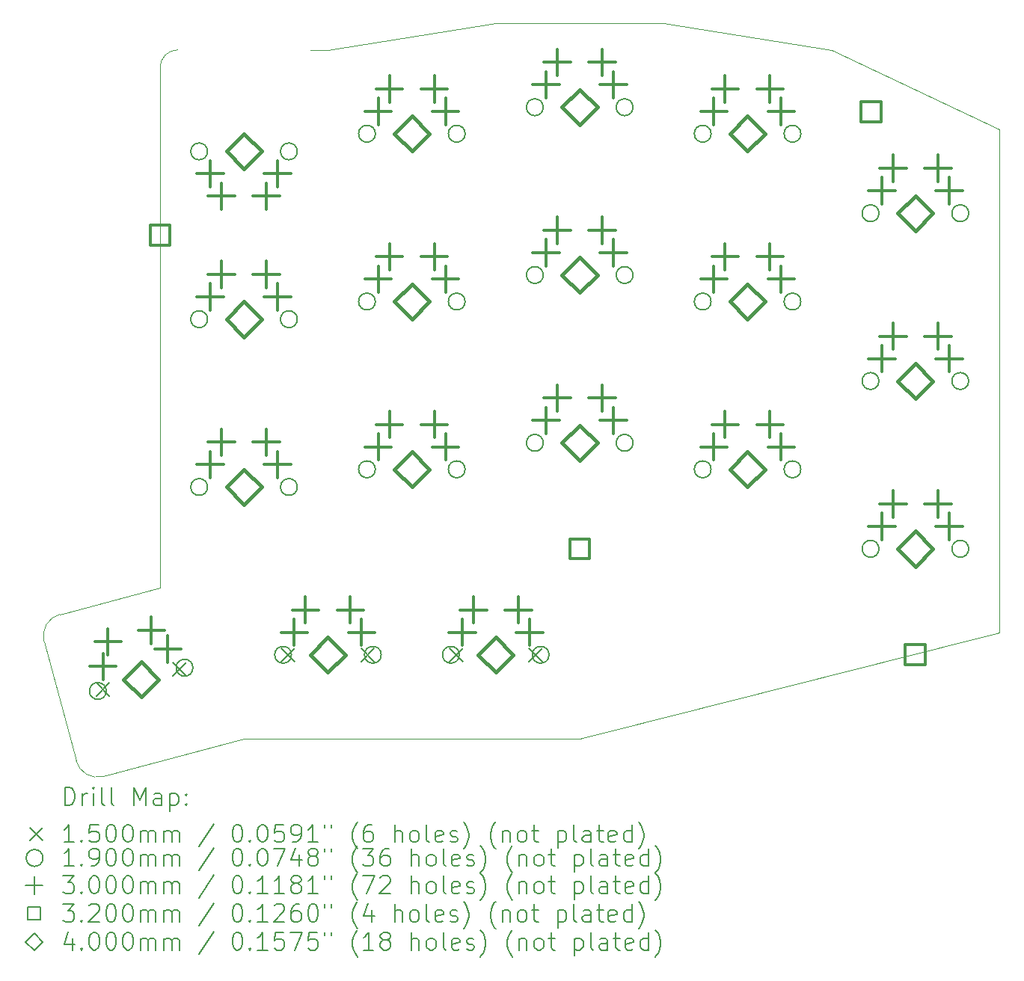
<source format=gbr>
%TF.GenerationSoftware,KiCad,Pcbnew,7.0.2-0*%
%TF.CreationDate,2023-05-24T14:40:14+08:00*%
%TF.ProjectId,Input,496e7075-742e-46b6-9963-61645f706362,1*%
%TF.SameCoordinates,PX717cbc0PY58b1140*%
%TF.FileFunction,Drillmap*%
%TF.FilePolarity,Positive*%
%FSLAX45Y45*%
G04 Gerber Fmt 4.5, Leading zero omitted, Abs format (unit mm)*
G04 Created by KiCad (PCBNEW 7.0.2-0) date 2023-05-24 14:40:14*
%MOMM*%
%LPD*%
G01*
G04 APERTURE LIST*
%ADD10C,0.100000*%
%ADD11C,0.200000*%
%ADD12C,0.150000*%
%ADD13C,0.190000*%
%ADD14C,0.300000*%
%ADD15C,0.320000*%
%ADD16C,0.400000*%
G04 APERTURE END LIST*
D10*
X2850000Y3350000D02*
X950000Y3050000D01*
X6650000Y3050000D02*
X4750000Y3350000D01*
X-949990Y2848001D02*
X-950000Y-3040000D01*
X950000Y3050000D02*
X750000Y3050000D01*
X3800000Y-4750000D02*
X8550000Y-3550000D01*
X-2262303Y-3647930D02*
X-1899956Y-5000226D01*
X8Y-4749951D02*
X3800000Y-4750000D01*
X8Y-4749951D02*
X-1593770Y-5177003D01*
X-750000Y3050000D02*
G75*
G03*
X-949990Y2848001I0J-200000D01*
G01*
X8550000Y2150000D02*
X6650000Y3050000D01*
X-2085526Y-3341743D02*
G75*
G03*
X-2262303Y-3647930I64705J-241482D01*
G01*
X4750000Y3350000D02*
X2850000Y3350000D01*
X8550000Y-3550000D02*
X8550000Y2150000D01*
X-950000Y-3040000D02*
X-2085526Y-3341744D01*
X-1899951Y-5000225D02*
G75*
G03*
X-1593770Y-5177003I241482J64705D01*
G01*
D11*
D12*
X-1673166Y-4119669D02*
X-1523166Y-4269669D01*
X-1523166Y-4119669D02*
X-1673166Y-4269669D01*
X-803833Y-3886731D02*
X-653833Y-4036731D01*
X-653833Y-3886731D02*
X-803833Y-4036731D01*
X425000Y-3725000D02*
X575000Y-3875000D01*
X575000Y-3725000D02*
X425000Y-3875000D01*
X1325000Y-3725000D02*
X1475000Y-3875000D01*
X1475000Y-3725000D02*
X1325000Y-3875000D01*
X2325000Y-3725000D02*
X2475000Y-3875000D01*
X2475000Y-3725000D02*
X2325000Y-3875000D01*
X3225000Y-3725000D02*
X3375000Y-3875000D01*
X3375000Y-3725000D02*
X3225000Y-3875000D01*
D13*
X-1559190Y-4209680D02*
G75*
G03*
X-1559190Y-4209680I-95000J0D01*
G01*
X-577809Y-3946720D02*
G75*
G03*
X-577809Y-3946720I-95000J0D01*
G01*
X-413000Y1900000D02*
G75*
G03*
X-413000Y1900000I-95000J0D01*
G01*
X-413000Y0D02*
G75*
G03*
X-413000Y0I-95000J0D01*
G01*
X-413000Y-1900000D02*
G75*
G03*
X-413000Y-1900000I-95000J0D01*
G01*
X537000Y-3800000D02*
G75*
G03*
X537000Y-3800000I-95000J0D01*
G01*
X603000Y1900000D02*
G75*
G03*
X603000Y1900000I-95000J0D01*
G01*
X603000Y0D02*
G75*
G03*
X603000Y0I-95000J0D01*
G01*
X603000Y-1900000D02*
G75*
G03*
X603000Y-1900000I-95000J0D01*
G01*
X1487000Y2100000D02*
G75*
G03*
X1487000Y2100000I-95000J0D01*
G01*
X1487000Y200000D02*
G75*
G03*
X1487000Y200000I-95000J0D01*
G01*
X1487000Y-1700000D02*
G75*
G03*
X1487000Y-1700000I-95000J0D01*
G01*
X1553000Y-3800000D02*
G75*
G03*
X1553000Y-3800000I-95000J0D01*
G01*
X2437000Y-3800000D02*
G75*
G03*
X2437000Y-3800000I-95000J0D01*
G01*
X2503000Y2100000D02*
G75*
G03*
X2503000Y2100000I-95000J0D01*
G01*
X2503000Y200000D02*
G75*
G03*
X2503000Y200000I-95000J0D01*
G01*
X2503000Y-1700000D02*
G75*
G03*
X2503000Y-1700000I-95000J0D01*
G01*
X3387000Y2400000D02*
G75*
G03*
X3387000Y2400000I-95000J0D01*
G01*
X3387000Y500000D02*
G75*
G03*
X3387000Y500000I-95000J0D01*
G01*
X3387000Y-1400000D02*
G75*
G03*
X3387000Y-1400000I-95000J0D01*
G01*
X3453000Y-3800000D02*
G75*
G03*
X3453000Y-3800000I-95000J0D01*
G01*
X4403000Y2400000D02*
G75*
G03*
X4403000Y2400000I-95000J0D01*
G01*
X4403000Y500000D02*
G75*
G03*
X4403000Y500000I-95000J0D01*
G01*
X4403000Y-1400000D02*
G75*
G03*
X4403000Y-1400000I-95000J0D01*
G01*
X5287000Y2100000D02*
G75*
G03*
X5287000Y2100000I-95000J0D01*
G01*
X5287000Y200000D02*
G75*
G03*
X5287000Y200000I-95000J0D01*
G01*
X5287000Y-1700000D02*
G75*
G03*
X5287000Y-1700000I-95000J0D01*
G01*
X6303000Y2100000D02*
G75*
G03*
X6303000Y2100000I-95000J0D01*
G01*
X6303000Y200000D02*
G75*
G03*
X6303000Y200000I-95000J0D01*
G01*
X6303000Y-1700000D02*
G75*
G03*
X6303000Y-1700000I-95000J0D01*
G01*
X7187000Y1200000D02*
G75*
G03*
X7187000Y1200000I-95000J0D01*
G01*
X7187000Y-700000D02*
G75*
G03*
X7187000Y-700000I-95000J0D01*
G01*
X7187000Y-2600000D02*
G75*
G03*
X7187000Y-2600000I-95000J0D01*
G01*
X8203000Y1200000D02*
G75*
G03*
X8203000Y1200000I-95000J0D01*
G01*
X8203000Y-700000D02*
G75*
G03*
X8203000Y-700000I-95000J0D01*
G01*
X8203000Y-2600000D02*
G75*
G03*
X8203000Y-2600000I-95000J0D01*
G01*
D14*
X-1597257Y-3781465D02*
X-1597257Y-4081465D01*
X-1747257Y-3931465D02*
X-1447257Y-3931465D01*
X-1540325Y-3503250D02*
X-1540325Y-3803250D01*
X-1690325Y-3653250D02*
X-1390325Y-3653250D01*
X-1049635Y-3371770D02*
X-1049635Y-3671770D01*
X-1199635Y-3521770D02*
X-899634Y-3521770D01*
X-861222Y-3584245D02*
X-861222Y-3884245D01*
X-1011222Y-3734245D02*
X-711222Y-3734245D01*
X-381000Y1796000D02*
X-381000Y1496000D01*
X-531000Y1646000D02*
X-231000Y1646000D01*
X-381000Y404000D02*
X-381000Y104000D01*
X-531000Y254000D02*
X-231000Y254000D01*
X-381000Y-1496000D02*
X-381000Y-1796000D01*
X-531000Y-1646000D02*
X-231000Y-1646000D01*
X-254000Y1542000D02*
X-254000Y1242000D01*
X-404000Y1392000D02*
X-104000Y1392000D01*
X-254000Y658000D02*
X-254000Y358000D01*
X-404000Y508000D02*
X-104000Y508000D01*
X-254000Y-1242000D02*
X-254000Y-1542000D01*
X-404000Y-1392000D02*
X-104000Y-1392000D01*
X254000Y1542000D02*
X254000Y1242000D01*
X104000Y1392000D02*
X404000Y1392000D01*
X254000Y658000D02*
X254000Y358000D01*
X104000Y508000D02*
X404000Y508000D01*
X254000Y-1242000D02*
X254000Y-1542000D01*
X104000Y-1392000D02*
X404000Y-1392000D01*
X381000Y1796000D02*
X381000Y1496000D01*
X231000Y1646000D02*
X531000Y1646000D01*
X381000Y404000D02*
X381000Y104000D01*
X231000Y254000D02*
X531000Y254000D01*
X381000Y-1496000D02*
X381000Y-1796000D01*
X231000Y-1646000D02*
X531000Y-1646000D01*
X569000Y-3396000D02*
X569000Y-3696000D01*
X419000Y-3546000D02*
X719000Y-3546000D01*
X696000Y-3142000D02*
X696000Y-3442000D01*
X546000Y-3292000D02*
X846000Y-3292000D01*
X1204000Y-3142000D02*
X1204000Y-3442000D01*
X1054000Y-3292000D02*
X1354000Y-3292000D01*
X1331000Y-3396000D02*
X1331000Y-3696000D01*
X1181000Y-3546000D02*
X1481000Y-3546000D01*
X1519000Y2504000D02*
X1519000Y2204000D01*
X1369000Y2354000D02*
X1669000Y2354000D01*
X1519000Y604000D02*
X1519000Y304000D01*
X1369000Y454000D02*
X1669000Y454000D01*
X1519000Y-1296000D02*
X1519000Y-1596000D01*
X1369000Y-1446000D02*
X1669000Y-1446000D01*
X1646000Y2758000D02*
X1646000Y2458000D01*
X1496000Y2608000D02*
X1796000Y2608000D01*
X1646000Y858000D02*
X1646000Y558000D01*
X1496000Y708000D02*
X1796000Y708000D01*
X1646000Y-1042000D02*
X1646000Y-1342000D01*
X1496000Y-1192000D02*
X1796000Y-1192000D01*
X2154000Y2758000D02*
X2154000Y2458000D01*
X2004000Y2608000D02*
X2304000Y2608000D01*
X2154000Y858000D02*
X2154000Y558000D01*
X2004000Y708000D02*
X2304000Y708000D01*
X2154000Y-1042000D02*
X2154000Y-1342000D01*
X2004000Y-1192000D02*
X2304000Y-1192000D01*
X2281000Y2504000D02*
X2281000Y2204000D01*
X2131000Y2354000D02*
X2431000Y2354000D01*
X2281000Y604000D02*
X2281000Y304000D01*
X2131000Y454000D02*
X2431000Y454000D01*
X2281000Y-1296000D02*
X2281000Y-1596000D01*
X2131000Y-1446000D02*
X2431000Y-1446000D01*
X2469000Y-3396000D02*
X2469000Y-3696000D01*
X2319000Y-3546000D02*
X2619000Y-3546000D01*
X2596000Y-3142000D02*
X2596000Y-3442000D01*
X2446000Y-3292000D02*
X2746000Y-3292000D01*
X3104000Y-3142000D02*
X3104000Y-3442000D01*
X2954000Y-3292000D02*
X3254000Y-3292000D01*
X3231000Y-3396000D02*
X3231000Y-3696000D01*
X3081000Y-3546000D02*
X3381000Y-3546000D01*
X3419000Y2804000D02*
X3419000Y2504000D01*
X3269000Y2654000D02*
X3569000Y2654000D01*
X3419000Y904000D02*
X3419000Y604000D01*
X3269000Y754000D02*
X3569000Y754000D01*
X3419000Y-996000D02*
X3419000Y-1296000D01*
X3269000Y-1146000D02*
X3569000Y-1146000D01*
X3546000Y3058000D02*
X3546000Y2758000D01*
X3396000Y2908000D02*
X3696000Y2908000D01*
X3546000Y1158000D02*
X3546000Y858000D01*
X3396000Y1008000D02*
X3696000Y1008000D01*
X3546000Y-742000D02*
X3546000Y-1042000D01*
X3396000Y-892000D02*
X3696000Y-892000D01*
X4054000Y3058000D02*
X4054000Y2758000D01*
X3904000Y2908000D02*
X4204000Y2908000D01*
X4054000Y1158000D02*
X4054000Y858000D01*
X3904000Y1008000D02*
X4204000Y1008000D01*
X4054000Y-742000D02*
X4054000Y-1042000D01*
X3904000Y-892000D02*
X4204000Y-892000D01*
X4181000Y2804000D02*
X4181000Y2504000D01*
X4031000Y2654000D02*
X4331000Y2654000D01*
X4181000Y904000D02*
X4181000Y604000D01*
X4031000Y754000D02*
X4331000Y754000D01*
X4181000Y-996000D02*
X4181000Y-1296000D01*
X4031000Y-1146000D02*
X4331000Y-1146000D01*
X5319000Y2504000D02*
X5319000Y2204000D01*
X5169000Y2354000D02*
X5469000Y2354000D01*
X5319000Y604000D02*
X5319000Y304000D01*
X5169000Y454000D02*
X5469000Y454000D01*
X5319000Y-1296000D02*
X5319000Y-1596000D01*
X5169000Y-1446000D02*
X5469000Y-1446000D01*
X5446000Y2758000D02*
X5446000Y2458000D01*
X5296000Y2608000D02*
X5596000Y2608000D01*
X5446000Y858000D02*
X5446000Y558000D01*
X5296000Y708000D02*
X5596000Y708000D01*
X5446000Y-1042000D02*
X5446000Y-1342000D01*
X5296000Y-1192000D02*
X5596000Y-1192000D01*
X5954000Y2758000D02*
X5954000Y2458000D01*
X5804000Y2608000D02*
X6104000Y2608000D01*
X5954000Y858000D02*
X5954000Y558000D01*
X5804000Y708000D02*
X6104000Y708000D01*
X5954000Y-1042000D02*
X5954000Y-1342000D01*
X5804000Y-1192000D02*
X6104000Y-1192000D01*
X6081000Y2504000D02*
X6081000Y2204000D01*
X5931000Y2354000D02*
X6231000Y2354000D01*
X6081000Y604000D02*
X6081000Y304000D01*
X5931000Y454000D02*
X6231000Y454000D01*
X6081000Y-1296000D02*
X6081000Y-1596000D01*
X5931000Y-1446000D02*
X6231000Y-1446000D01*
X7219000Y1604000D02*
X7219000Y1304000D01*
X7069000Y1454000D02*
X7369000Y1454000D01*
X7219000Y-296000D02*
X7219000Y-596000D01*
X7069000Y-446000D02*
X7369000Y-446000D01*
X7219000Y-2196000D02*
X7219000Y-2496000D01*
X7069000Y-2346000D02*
X7369000Y-2346000D01*
X7346000Y1858000D02*
X7346000Y1558000D01*
X7196000Y1708000D02*
X7496000Y1708000D01*
X7346000Y-42000D02*
X7346000Y-342000D01*
X7196000Y-192000D02*
X7496000Y-192000D01*
X7346000Y-1942000D02*
X7346000Y-2242000D01*
X7196000Y-2092000D02*
X7496000Y-2092000D01*
X7854000Y1858000D02*
X7854000Y1558000D01*
X7704000Y1708000D02*
X8004000Y1708000D01*
X7854000Y-42000D02*
X7854000Y-342000D01*
X7704000Y-192000D02*
X8004000Y-192000D01*
X7854000Y-1942000D02*
X7854000Y-2242000D01*
X7704000Y-2092000D02*
X8004000Y-2092000D01*
X7981000Y1604000D02*
X7981000Y1304000D01*
X7831000Y1454000D02*
X8131000Y1454000D01*
X7981000Y-296000D02*
X7981000Y-596000D01*
X7831000Y-446000D02*
X8131000Y-446000D01*
X7981000Y-2196000D02*
X7981000Y-2496000D01*
X7831000Y-2346000D02*
X8131000Y-2346000D01*
D15*
X-836862Y836862D02*
X-836862Y1063138D01*
X-1063138Y1063138D01*
X-1063138Y836862D01*
X-836862Y836862D01*
X3913138Y-2713138D02*
X3913138Y-2486862D01*
X3686862Y-2486862D01*
X3686862Y-2713138D01*
X3913138Y-2713138D01*
X7213138Y2236862D02*
X7213138Y2463138D01*
X6986862Y2463138D01*
X6986862Y2236862D01*
X7213138Y2236862D01*
X7713138Y-3913138D02*
X7713138Y-3686862D01*
X7486862Y-3686862D01*
X7486862Y-3913138D01*
X7713138Y-3913138D01*
D16*
X-1163500Y-4278200D02*
X-963500Y-4078200D01*
X-1163500Y-3878200D01*
X-1363500Y-4078200D01*
X-1163500Y-4278200D01*
X0Y1700000D02*
X200000Y1900000D01*
X0Y2100000D01*
X-200000Y1900000D01*
X0Y1700000D01*
X0Y-200000D02*
X200000Y0D01*
X0Y200000D01*
X-200000Y0D01*
X0Y-200000D01*
X0Y-2100000D02*
X200000Y-1900000D01*
X0Y-1700000D01*
X-200000Y-1900000D01*
X0Y-2100000D01*
X950000Y-4000000D02*
X1150000Y-3800000D01*
X950000Y-3600000D01*
X750000Y-3800000D01*
X950000Y-4000000D01*
X1900000Y1900000D02*
X2100000Y2100000D01*
X1900000Y2300000D01*
X1700000Y2100000D01*
X1900000Y1900000D01*
X1900000Y0D02*
X2100000Y200000D01*
X1900000Y400000D01*
X1700000Y200000D01*
X1900000Y0D01*
X1900000Y-1900000D02*
X2100000Y-1700000D01*
X1900000Y-1500000D01*
X1700000Y-1700000D01*
X1900000Y-1900000D01*
X2850000Y-4000000D02*
X3050000Y-3800000D01*
X2850000Y-3600000D01*
X2650000Y-3800000D01*
X2850000Y-4000000D01*
X3800000Y2200000D02*
X4000000Y2400000D01*
X3800000Y2600000D01*
X3600000Y2400000D01*
X3800000Y2200000D01*
X3800000Y300000D02*
X4000000Y500000D01*
X3800000Y700000D01*
X3600000Y500000D01*
X3800000Y300000D01*
X3800000Y-1600000D02*
X4000000Y-1400000D01*
X3800000Y-1200000D01*
X3600000Y-1400000D01*
X3800000Y-1600000D01*
X5700000Y1900000D02*
X5900000Y2100000D01*
X5700000Y2300000D01*
X5500000Y2100000D01*
X5700000Y1900000D01*
X5700000Y0D02*
X5900000Y200000D01*
X5700000Y400000D01*
X5500000Y200000D01*
X5700000Y0D01*
X5700000Y-1900000D02*
X5900000Y-1700000D01*
X5700000Y-1500000D01*
X5500000Y-1700000D01*
X5700000Y-1900000D01*
X7600000Y1000000D02*
X7800000Y1200000D01*
X7600000Y1400000D01*
X7400000Y1200000D01*
X7600000Y1000000D01*
X7600000Y-900000D02*
X7800000Y-700000D01*
X7600000Y-500000D01*
X7400000Y-700000D01*
X7600000Y-900000D01*
X7600000Y-2800000D02*
X7800000Y-2600000D01*
X7600000Y-2400000D01*
X7400000Y-2600000D01*
X7600000Y-2800000D01*
D11*
X-2028202Y-5503044D02*
X-2028202Y-5303044D01*
X-2028202Y-5303044D02*
X-1980583Y-5303044D01*
X-1980583Y-5303044D02*
X-1952012Y-5312568D01*
X-1952012Y-5312568D02*
X-1932964Y-5331615D01*
X-1932964Y-5331615D02*
X-1923441Y-5350663D01*
X-1923441Y-5350663D02*
X-1913917Y-5388758D01*
X-1913917Y-5388758D02*
X-1913917Y-5417330D01*
X-1913917Y-5417330D02*
X-1923441Y-5455425D01*
X-1923441Y-5455425D02*
X-1932964Y-5474473D01*
X-1932964Y-5474473D02*
X-1952012Y-5493520D01*
X-1952012Y-5493520D02*
X-1980583Y-5503044D01*
X-1980583Y-5503044D02*
X-2028202Y-5503044D01*
X-1828202Y-5503044D02*
X-1828202Y-5369711D01*
X-1828202Y-5407806D02*
X-1818679Y-5388758D01*
X-1818679Y-5388758D02*
X-1809155Y-5379234D01*
X-1809155Y-5379234D02*
X-1790107Y-5369711D01*
X-1790107Y-5369711D02*
X-1771060Y-5369711D01*
X-1704393Y-5503044D02*
X-1704393Y-5369711D01*
X-1704393Y-5303044D02*
X-1713917Y-5312568D01*
X-1713917Y-5312568D02*
X-1704393Y-5322092D01*
X-1704393Y-5322092D02*
X-1694869Y-5312568D01*
X-1694869Y-5312568D02*
X-1704393Y-5303044D01*
X-1704393Y-5303044D02*
X-1704393Y-5322092D01*
X-1580583Y-5503044D02*
X-1599631Y-5493520D01*
X-1599631Y-5493520D02*
X-1609155Y-5474473D01*
X-1609155Y-5474473D02*
X-1609155Y-5303044D01*
X-1475822Y-5503044D02*
X-1494869Y-5493520D01*
X-1494869Y-5493520D02*
X-1504393Y-5474473D01*
X-1504393Y-5474473D02*
X-1504393Y-5303044D01*
X-1247250Y-5503044D02*
X-1247250Y-5303044D01*
X-1247250Y-5303044D02*
X-1180583Y-5445901D01*
X-1180583Y-5445901D02*
X-1113917Y-5303044D01*
X-1113917Y-5303044D02*
X-1113917Y-5503044D01*
X-932964Y-5503044D02*
X-932964Y-5398282D01*
X-932964Y-5398282D02*
X-942488Y-5379234D01*
X-942488Y-5379234D02*
X-961536Y-5369711D01*
X-961536Y-5369711D02*
X-999631Y-5369711D01*
X-999631Y-5369711D02*
X-1018679Y-5379234D01*
X-932964Y-5493520D02*
X-952012Y-5503044D01*
X-952012Y-5503044D02*
X-999631Y-5503044D01*
X-999631Y-5503044D02*
X-1018679Y-5493520D01*
X-1018679Y-5493520D02*
X-1028202Y-5474473D01*
X-1028202Y-5474473D02*
X-1028202Y-5455425D01*
X-1028202Y-5455425D02*
X-1018679Y-5436377D01*
X-1018679Y-5436377D02*
X-999631Y-5426854D01*
X-999631Y-5426854D02*
X-952012Y-5426854D01*
X-952012Y-5426854D02*
X-932964Y-5417330D01*
X-837726Y-5369711D02*
X-837726Y-5569711D01*
X-837726Y-5379234D02*
X-818679Y-5369711D01*
X-818679Y-5369711D02*
X-780583Y-5369711D01*
X-780583Y-5369711D02*
X-761536Y-5379234D01*
X-761536Y-5379234D02*
X-752012Y-5388758D01*
X-752012Y-5388758D02*
X-742488Y-5407806D01*
X-742488Y-5407806D02*
X-742488Y-5464949D01*
X-742488Y-5464949D02*
X-752012Y-5483996D01*
X-752012Y-5483996D02*
X-761536Y-5493520D01*
X-761536Y-5493520D02*
X-780583Y-5503044D01*
X-780583Y-5503044D02*
X-818679Y-5503044D01*
X-818679Y-5503044D02*
X-837726Y-5493520D01*
X-656774Y-5483996D02*
X-647250Y-5493520D01*
X-647250Y-5493520D02*
X-656774Y-5503044D01*
X-656774Y-5503044D02*
X-666298Y-5493520D01*
X-666298Y-5493520D02*
X-656774Y-5483996D01*
X-656774Y-5483996D02*
X-656774Y-5503044D01*
X-656774Y-5379234D02*
X-647250Y-5388758D01*
X-647250Y-5388758D02*
X-656774Y-5398282D01*
X-656774Y-5398282D02*
X-666298Y-5388758D01*
X-666298Y-5388758D02*
X-656774Y-5379234D01*
X-656774Y-5379234D02*
X-656774Y-5398282D01*
D12*
X-2425822Y-5755520D02*
X-2275822Y-5905520D01*
X-2275822Y-5755520D02*
X-2425822Y-5905520D01*
D11*
X-1923441Y-5923044D02*
X-2037726Y-5923044D01*
X-1980583Y-5923044D02*
X-1980583Y-5723044D01*
X-1980583Y-5723044D02*
X-1999631Y-5751615D01*
X-1999631Y-5751615D02*
X-2018679Y-5770663D01*
X-2018679Y-5770663D02*
X-2037726Y-5780187D01*
X-1837726Y-5903996D02*
X-1828202Y-5913520D01*
X-1828202Y-5913520D02*
X-1837726Y-5923044D01*
X-1837726Y-5923044D02*
X-1847250Y-5913520D01*
X-1847250Y-5913520D02*
X-1837726Y-5903996D01*
X-1837726Y-5903996D02*
X-1837726Y-5923044D01*
X-1647250Y-5723044D02*
X-1742488Y-5723044D01*
X-1742488Y-5723044D02*
X-1752012Y-5818282D01*
X-1752012Y-5818282D02*
X-1742488Y-5808758D01*
X-1742488Y-5808758D02*
X-1723441Y-5799234D01*
X-1723441Y-5799234D02*
X-1675821Y-5799234D01*
X-1675821Y-5799234D02*
X-1656774Y-5808758D01*
X-1656774Y-5808758D02*
X-1647250Y-5818282D01*
X-1647250Y-5818282D02*
X-1637726Y-5837330D01*
X-1637726Y-5837330D02*
X-1637726Y-5884949D01*
X-1637726Y-5884949D02*
X-1647250Y-5903996D01*
X-1647250Y-5903996D02*
X-1656774Y-5913520D01*
X-1656774Y-5913520D02*
X-1675821Y-5923044D01*
X-1675821Y-5923044D02*
X-1723441Y-5923044D01*
X-1723441Y-5923044D02*
X-1742488Y-5913520D01*
X-1742488Y-5913520D02*
X-1752012Y-5903996D01*
X-1513917Y-5723044D02*
X-1494869Y-5723044D01*
X-1494869Y-5723044D02*
X-1475821Y-5732568D01*
X-1475821Y-5732568D02*
X-1466298Y-5742092D01*
X-1466298Y-5742092D02*
X-1456774Y-5761139D01*
X-1456774Y-5761139D02*
X-1447250Y-5799234D01*
X-1447250Y-5799234D02*
X-1447250Y-5846853D01*
X-1447250Y-5846853D02*
X-1456774Y-5884949D01*
X-1456774Y-5884949D02*
X-1466298Y-5903996D01*
X-1466298Y-5903996D02*
X-1475821Y-5913520D01*
X-1475821Y-5913520D02*
X-1494869Y-5923044D01*
X-1494869Y-5923044D02*
X-1513917Y-5923044D01*
X-1513917Y-5923044D02*
X-1532964Y-5913520D01*
X-1532964Y-5913520D02*
X-1542488Y-5903996D01*
X-1542488Y-5903996D02*
X-1552012Y-5884949D01*
X-1552012Y-5884949D02*
X-1561536Y-5846853D01*
X-1561536Y-5846853D02*
X-1561536Y-5799234D01*
X-1561536Y-5799234D02*
X-1552012Y-5761139D01*
X-1552012Y-5761139D02*
X-1542488Y-5742092D01*
X-1542488Y-5742092D02*
X-1532964Y-5732568D01*
X-1532964Y-5732568D02*
X-1513917Y-5723044D01*
X-1323441Y-5723044D02*
X-1304393Y-5723044D01*
X-1304393Y-5723044D02*
X-1285345Y-5732568D01*
X-1285345Y-5732568D02*
X-1275822Y-5742092D01*
X-1275822Y-5742092D02*
X-1266298Y-5761139D01*
X-1266298Y-5761139D02*
X-1256774Y-5799234D01*
X-1256774Y-5799234D02*
X-1256774Y-5846853D01*
X-1256774Y-5846853D02*
X-1266298Y-5884949D01*
X-1266298Y-5884949D02*
X-1275822Y-5903996D01*
X-1275822Y-5903996D02*
X-1285345Y-5913520D01*
X-1285345Y-5913520D02*
X-1304393Y-5923044D01*
X-1304393Y-5923044D02*
X-1323441Y-5923044D01*
X-1323441Y-5923044D02*
X-1342488Y-5913520D01*
X-1342488Y-5913520D02*
X-1352012Y-5903996D01*
X-1352012Y-5903996D02*
X-1361536Y-5884949D01*
X-1361536Y-5884949D02*
X-1371060Y-5846853D01*
X-1371060Y-5846853D02*
X-1371060Y-5799234D01*
X-1371060Y-5799234D02*
X-1361536Y-5761139D01*
X-1361536Y-5761139D02*
X-1352012Y-5742092D01*
X-1352012Y-5742092D02*
X-1342488Y-5732568D01*
X-1342488Y-5732568D02*
X-1323441Y-5723044D01*
X-1171060Y-5923044D02*
X-1171060Y-5789711D01*
X-1171060Y-5808758D02*
X-1161536Y-5799234D01*
X-1161536Y-5799234D02*
X-1142488Y-5789711D01*
X-1142488Y-5789711D02*
X-1113917Y-5789711D01*
X-1113917Y-5789711D02*
X-1094869Y-5799234D01*
X-1094869Y-5799234D02*
X-1085345Y-5818282D01*
X-1085345Y-5818282D02*
X-1085345Y-5923044D01*
X-1085345Y-5818282D02*
X-1075822Y-5799234D01*
X-1075822Y-5799234D02*
X-1056774Y-5789711D01*
X-1056774Y-5789711D02*
X-1028202Y-5789711D01*
X-1028202Y-5789711D02*
X-1009155Y-5799234D01*
X-1009155Y-5799234D02*
X-999631Y-5818282D01*
X-999631Y-5818282D02*
X-999631Y-5923044D01*
X-904393Y-5923044D02*
X-904393Y-5789711D01*
X-904393Y-5808758D02*
X-894869Y-5799234D01*
X-894869Y-5799234D02*
X-875821Y-5789711D01*
X-875821Y-5789711D02*
X-847250Y-5789711D01*
X-847250Y-5789711D02*
X-828202Y-5799234D01*
X-828202Y-5799234D02*
X-818679Y-5818282D01*
X-818679Y-5818282D02*
X-818679Y-5923044D01*
X-818679Y-5818282D02*
X-809155Y-5799234D01*
X-809155Y-5799234D02*
X-790107Y-5789711D01*
X-790107Y-5789711D02*
X-761536Y-5789711D01*
X-761536Y-5789711D02*
X-742488Y-5799234D01*
X-742488Y-5799234D02*
X-732964Y-5818282D01*
X-732964Y-5818282D02*
X-732964Y-5923044D01*
X-342488Y-5713520D02*
X-513917Y-5970663D01*
X-85345Y-5723044D02*
X-66298Y-5723044D01*
X-66298Y-5723044D02*
X-47250Y-5732568D01*
X-47250Y-5732568D02*
X-37726Y-5742092D01*
X-37726Y-5742092D02*
X-28202Y-5761139D01*
X-28202Y-5761139D02*
X-18679Y-5799234D01*
X-18679Y-5799234D02*
X-18679Y-5846853D01*
X-18679Y-5846853D02*
X-28202Y-5884949D01*
X-28202Y-5884949D02*
X-37726Y-5903996D01*
X-37726Y-5903996D02*
X-47250Y-5913520D01*
X-47250Y-5913520D02*
X-66298Y-5923044D01*
X-66298Y-5923044D02*
X-85345Y-5923044D01*
X-85345Y-5923044D02*
X-104393Y-5913520D01*
X-104393Y-5913520D02*
X-113917Y-5903996D01*
X-113917Y-5903996D02*
X-123440Y-5884949D01*
X-123440Y-5884949D02*
X-132964Y-5846853D01*
X-132964Y-5846853D02*
X-132964Y-5799234D01*
X-132964Y-5799234D02*
X-123440Y-5761139D01*
X-123440Y-5761139D02*
X-113917Y-5742092D01*
X-113917Y-5742092D02*
X-104393Y-5732568D01*
X-104393Y-5732568D02*
X-85345Y-5723044D01*
X67036Y-5903996D02*
X76560Y-5913520D01*
X76560Y-5913520D02*
X67036Y-5923044D01*
X67036Y-5923044D02*
X57512Y-5913520D01*
X57512Y-5913520D02*
X67036Y-5903996D01*
X67036Y-5903996D02*
X67036Y-5923044D01*
X200369Y-5723044D02*
X219417Y-5723044D01*
X219417Y-5723044D02*
X238464Y-5732568D01*
X238464Y-5732568D02*
X247988Y-5742092D01*
X247988Y-5742092D02*
X257512Y-5761139D01*
X257512Y-5761139D02*
X267036Y-5799234D01*
X267036Y-5799234D02*
X267036Y-5846853D01*
X267036Y-5846853D02*
X257512Y-5884949D01*
X257512Y-5884949D02*
X247988Y-5903996D01*
X247988Y-5903996D02*
X238464Y-5913520D01*
X238464Y-5913520D02*
X219417Y-5923044D01*
X219417Y-5923044D02*
X200369Y-5923044D01*
X200369Y-5923044D02*
X181321Y-5913520D01*
X181321Y-5913520D02*
X171798Y-5903996D01*
X171798Y-5903996D02*
X162274Y-5884949D01*
X162274Y-5884949D02*
X152750Y-5846853D01*
X152750Y-5846853D02*
X152750Y-5799234D01*
X152750Y-5799234D02*
X162274Y-5761139D01*
X162274Y-5761139D02*
X171798Y-5742092D01*
X171798Y-5742092D02*
X181321Y-5732568D01*
X181321Y-5732568D02*
X200369Y-5723044D01*
X447988Y-5723044D02*
X352750Y-5723044D01*
X352750Y-5723044D02*
X343226Y-5818282D01*
X343226Y-5818282D02*
X352750Y-5808758D01*
X352750Y-5808758D02*
X371798Y-5799234D01*
X371798Y-5799234D02*
X419417Y-5799234D01*
X419417Y-5799234D02*
X438464Y-5808758D01*
X438464Y-5808758D02*
X447988Y-5818282D01*
X447988Y-5818282D02*
X457512Y-5837330D01*
X457512Y-5837330D02*
X457512Y-5884949D01*
X457512Y-5884949D02*
X447988Y-5903996D01*
X447988Y-5903996D02*
X438464Y-5913520D01*
X438464Y-5913520D02*
X419417Y-5923044D01*
X419417Y-5923044D02*
X371798Y-5923044D01*
X371798Y-5923044D02*
X352750Y-5913520D01*
X352750Y-5913520D02*
X343226Y-5903996D01*
X552750Y-5923044D02*
X590845Y-5923044D01*
X590845Y-5923044D02*
X609893Y-5913520D01*
X609893Y-5913520D02*
X619417Y-5903996D01*
X619417Y-5903996D02*
X638464Y-5875425D01*
X638464Y-5875425D02*
X647988Y-5837330D01*
X647988Y-5837330D02*
X647988Y-5761139D01*
X647988Y-5761139D02*
X638464Y-5742092D01*
X638464Y-5742092D02*
X628941Y-5732568D01*
X628941Y-5732568D02*
X609893Y-5723044D01*
X609893Y-5723044D02*
X571798Y-5723044D01*
X571798Y-5723044D02*
X552750Y-5732568D01*
X552750Y-5732568D02*
X543226Y-5742092D01*
X543226Y-5742092D02*
X533703Y-5761139D01*
X533703Y-5761139D02*
X533703Y-5808758D01*
X533703Y-5808758D02*
X543226Y-5827806D01*
X543226Y-5827806D02*
X552750Y-5837330D01*
X552750Y-5837330D02*
X571798Y-5846853D01*
X571798Y-5846853D02*
X609893Y-5846853D01*
X609893Y-5846853D02*
X628941Y-5837330D01*
X628941Y-5837330D02*
X638464Y-5827806D01*
X638464Y-5827806D02*
X647988Y-5808758D01*
X838464Y-5923044D02*
X724179Y-5923044D01*
X781321Y-5923044D02*
X781321Y-5723044D01*
X781321Y-5723044D02*
X762274Y-5751615D01*
X762274Y-5751615D02*
X743226Y-5770663D01*
X743226Y-5770663D02*
X724179Y-5780187D01*
X914655Y-5723044D02*
X914655Y-5761139D01*
X990845Y-5723044D02*
X990845Y-5761139D01*
X1286084Y-5999234D02*
X1276560Y-5989711D01*
X1276560Y-5989711D02*
X1257512Y-5961139D01*
X1257512Y-5961139D02*
X1247988Y-5942092D01*
X1247988Y-5942092D02*
X1238465Y-5913520D01*
X1238465Y-5913520D02*
X1228941Y-5865901D01*
X1228941Y-5865901D02*
X1228941Y-5827806D01*
X1228941Y-5827806D02*
X1238465Y-5780187D01*
X1238465Y-5780187D02*
X1247988Y-5751615D01*
X1247988Y-5751615D02*
X1257512Y-5732568D01*
X1257512Y-5732568D02*
X1276560Y-5703996D01*
X1276560Y-5703996D02*
X1286084Y-5694472D01*
X1447988Y-5723044D02*
X1409893Y-5723044D01*
X1409893Y-5723044D02*
X1390845Y-5732568D01*
X1390845Y-5732568D02*
X1381322Y-5742092D01*
X1381322Y-5742092D02*
X1362274Y-5770663D01*
X1362274Y-5770663D02*
X1352750Y-5808758D01*
X1352750Y-5808758D02*
X1352750Y-5884949D01*
X1352750Y-5884949D02*
X1362274Y-5903996D01*
X1362274Y-5903996D02*
X1371798Y-5913520D01*
X1371798Y-5913520D02*
X1390845Y-5923044D01*
X1390845Y-5923044D02*
X1428941Y-5923044D01*
X1428941Y-5923044D02*
X1447988Y-5913520D01*
X1447988Y-5913520D02*
X1457512Y-5903996D01*
X1457512Y-5903996D02*
X1467036Y-5884949D01*
X1467036Y-5884949D02*
X1467036Y-5837330D01*
X1467036Y-5837330D02*
X1457512Y-5818282D01*
X1457512Y-5818282D02*
X1447988Y-5808758D01*
X1447988Y-5808758D02*
X1428941Y-5799234D01*
X1428941Y-5799234D02*
X1390845Y-5799234D01*
X1390845Y-5799234D02*
X1371798Y-5808758D01*
X1371798Y-5808758D02*
X1362274Y-5818282D01*
X1362274Y-5818282D02*
X1352750Y-5837330D01*
X1705131Y-5923044D02*
X1705131Y-5723044D01*
X1790845Y-5923044D02*
X1790845Y-5818282D01*
X1790845Y-5818282D02*
X1781322Y-5799234D01*
X1781322Y-5799234D02*
X1762274Y-5789711D01*
X1762274Y-5789711D02*
X1733703Y-5789711D01*
X1733703Y-5789711D02*
X1714655Y-5799234D01*
X1714655Y-5799234D02*
X1705131Y-5808758D01*
X1914655Y-5923044D02*
X1895607Y-5913520D01*
X1895607Y-5913520D02*
X1886084Y-5903996D01*
X1886084Y-5903996D02*
X1876560Y-5884949D01*
X1876560Y-5884949D02*
X1876560Y-5827806D01*
X1876560Y-5827806D02*
X1886084Y-5808758D01*
X1886084Y-5808758D02*
X1895607Y-5799234D01*
X1895607Y-5799234D02*
X1914655Y-5789711D01*
X1914655Y-5789711D02*
X1943226Y-5789711D01*
X1943226Y-5789711D02*
X1962274Y-5799234D01*
X1962274Y-5799234D02*
X1971798Y-5808758D01*
X1971798Y-5808758D02*
X1981322Y-5827806D01*
X1981322Y-5827806D02*
X1981322Y-5884949D01*
X1981322Y-5884949D02*
X1971798Y-5903996D01*
X1971798Y-5903996D02*
X1962274Y-5913520D01*
X1962274Y-5913520D02*
X1943226Y-5923044D01*
X1943226Y-5923044D02*
X1914655Y-5923044D01*
X2095607Y-5923044D02*
X2076560Y-5913520D01*
X2076560Y-5913520D02*
X2067036Y-5894472D01*
X2067036Y-5894472D02*
X2067036Y-5723044D01*
X2247988Y-5913520D02*
X2228941Y-5923044D01*
X2228941Y-5923044D02*
X2190846Y-5923044D01*
X2190846Y-5923044D02*
X2171798Y-5913520D01*
X2171798Y-5913520D02*
X2162274Y-5894472D01*
X2162274Y-5894472D02*
X2162274Y-5818282D01*
X2162274Y-5818282D02*
X2171798Y-5799234D01*
X2171798Y-5799234D02*
X2190846Y-5789711D01*
X2190846Y-5789711D02*
X2228941Y-5789711D01*
X2228941Y-5789711D02*
X2247988Y-5799234D01*
X2247988Y-5799234D02*
X2257512Y-5818282D01*
X2257512Y-5818282D02*
X2257512Y-5837330D01*
X2257512Y-5837330D02*
X2162274Y-5856377D01*
X2333703Y-5913520D02*
X2352750Y-5923044D01*
X2352750Y-5923044D02*
X2390846Y-5923044D01*
X2390846Y-5923044D02*
X2409893Y-5913520D01*
X2409893Y-5913520D02*
X2419417Y-5894472D01*
X2419417Y-5894472D02*
X2419417Y-5884949D01*
X2419417Y-5884949D02*
X2409893Y-5865901D01*
X2409893Y-5865901D02*
X2390846Y-5856377D01*
X2390846Y-5856377D02*
X2362274Y-5856377D01*
X2362274Y-5856377D02*
X2343227Y-5846853D01*
X2343227Y-5846853D02*
X2333703Y-5827806D01*
X2333703Y-5827806D02*
X2333703Y-5818282D01*
X2333703Y-5818282D02*
X2343227Y-5799234D01*
X2343227Y-5799234D02*
X2362274Y-5789711D01*
X2362274Y-5789711D02*
X2390846Y-5789711D01*
X2390846Y-5789711D02*
X2409893Y-5799234D01*
X2486084Y-5999234D02*
X2495608Y-5989711D01*
X2495608Y-5989711D02*
X2514655Y-5961139D01*
X2514655Y-5961139D02*
X2524179Y-5942092D01*
X2524179Y-5942092D02*
X2533703Y-5913520D01*
X2533703Y-5913520D02*
X2543227Y-5865901D01*
X2543227Y-5865901D02*
X2543227Y-5827806D01*
X2543227Y-5827806D02*
X2533703Y-5780187D01*
X2533703Y-5780187D02*
X2524179Y-5751615D01*
X2524179Y-5751615D02*
X2514655Y-5732568D01*
X2514655Y-5732568D02*
X2495608Y-5703996D01*
X2495608Y-5703996D02*
X2486084Y-5694472D01*
X2847988Y-5999234D02*
X2838465Y-5989711D01*
X2838465Y-5989711D02*
X2819417Y-5961139D01*
X2819417Y-5961139D02*
X2809893Y-5942092D01*
X2809893Y-5942092D02*
X2800369Y-5913520D01*
X2800369Y-5913520D02*
X2790846Y-5865901D01*
X2790846Y-5865901D02*
X2790846Y-5827806D01*
X2790846Y-5827806D02*
X2800369Y-5780187D01*
X2800369Y-5780187D02*
X2809893Y-5751615D01*
X2809893Y-5751615D02*
X2819417Y-5732568D01*
X2819417Y-5732568D02*
X2838465Y-5703996D01*
X2838465Y-5703996D02*
X2847988Y-5694472D01*
X2924179Y-5789711D02*
X2924179Y-5923044D01*
X2924179Y-5808758D02*
X2933703Y-5799234D01*
X2933703Y-5799234D02*
X2952750Y-5789711D01*
X2952750Y-5789711D02*
X2981322Y-5789711D01*
X2981322Y-5789711D02*
X3000369Y-5799234D01*
X3000369Y-5799234D02*
X3009893Y-5818282D01*
X3009893Y-5818282D02*
X3009893Y-5923044D01*
X3133703Y-5923044D02*
X3114655Y-5913520D01*
X3114655Y-5913520D02*
X3105131Y-5903996D01*
X3105131Y-5903996D02*
X3095607Y-5884949D01*
X3095607Y-5884949D02*
X3095607Y-5827806D01*
X3095607Y-5827806D02*
X3105131Y-5808758D01*
X3105131Y-5808758D02*
X3114655Y-5799234D01*
X3114655Y-5799234D02*
X3133703Y-5789711D01*
X3133703Y-5789711D02*
X3162274Y-5789711D01*
X3162274Y-5789711D02*
X3181322Y-5799234D01*
X3181322Y-5799234D02*
X3190846Y-5808758D01*
X3190846Y-5808758D02*
X3200369Y-5827806D01*
X3200369Y-5827806D02*
X3200369Y-5884949D01*
X3200369Y-5884949D02*
X3190846Y-5903996D01*
X3190846Y-5903996D02*
X3181322Y-5913520D01*
X3181322Y-5913520D02*
X3162274Y-5923044D01*
X3162274Y-5923044D02*
X3133703Y-5923044D01*
X3257512Y-5789711D02*
X3333703Y-5789711D01*
X3286084Y-5723044D02*
X3286084Y-5894472D01*
X3286084Y-5894472D02*
X3295607Y-5913520D01*
X3295607Y-5913520D02*
X3314655Y-5923044D01*
X3314655Y-5923044D02*
X3333703Y-5923044D01*
X3552750Y-5789711D02*
X3552750Y-5989711D01*
X3552750Y-5799234D02*
X3571798Y-5789711D01*
X3571798Y-5789711D02*
X3609893Y-5789711D01*
X3609893Y-5789711D02*
X3628941Y-5799234D01*
X3628941Y-5799234D02*
X3638465Y-5808758D01*
X3638465Y-5808758D02*
X3647988Y-5827806D01*
X3647988Y-5827806D02*
X3647988Y-5884949D01*
X3647988Y-5884949D02*
X3638465Y-5903996D01*
X3638465Y-5903996D02*
X3628941Y-5913520D01*
X3628941Y-5913520D02*
X3609893Y-5923044D01*
X3609893Y-5923044D02*
X3571798Y-5923044D01*
X3571798Y-5923044D02*
X3552750Y-5913520D01*
X3762274Y-5923044D02*
X3743227Y-5913520D01*
X3743227Y-5913520D02*
X3733703Y-5894472D01*
X3733703Y-5894472D02*
X3733703Y-5723044D01*
X3924179Y-5923044D02*
X3924179Y-5818282D01*
X3924179Y-5818282D02*
X3914655Y-5799234D01*
X3914655Y-5799234D02*
X3895608Y-5789711D01*
X3895608Y-5789711D02*
X3857512Y-5789711D01*
X3857512Y-5789711D02*
X3838465Y-5799234D01*
X3924179Y-5913520D02*
X3905131Y-5923044D01*
X3905131Y-5923044D02*
X3857512Y-5923044D01*
X3857512Y-5923044D02*
X3838465Y-5913520D01*
X3838465Y-5913520D02*
X3828941Y-5894472D01*
X3828941Y-5894472D02*
X3828941Y-5875425D01*
X3828941Y-5875425D02*
X3838465Y-5856377D01*
X3838465Y-5856377D02*
X3857512Y-5846853D01*
X3857512Y-5846853D02*
X3905131Y-5846853D01*
X3905131Y-5846853D02*
X3924179Y-5837330D01*
X3990846Y-5789711D02*
X4067036Y-5789711D01*
X4019417Y-5723044D02*
X4019417Y-5894472D01*
X4019417Y-5894472D02*
X4028941Y-5913520D01*
X4028941Y-5913520D02*
X4047988Y-5923044D01*
X4047988Y-5923044D02*
X4067036Y-5923044D01*
X4209893Y-5913520D02*
X4190846Y-5923044D01*
X4190846Y-5923044D02*
X4152750Y-5923044D01*
X4152750Y-5923044D02*
X4133703Y-5913520D01*
X4133703Y-5913520D02*
X4124179Y-5894472D01*
X4124179Y-5894472D02*
X4124179Y-5818282D01*
X4124179Y-5818282D02*
X4133703Y-5799234D01*
X4133703Y-5799234D02*
X4152750Y-5789711D01*
X4152750Y-5789711D02*
X4190846Y-5789711D01*
X4190846Y-5789711D02*
X4209893Y-5799234D01*
X4209893Y-5799234D02*
X4219417Y-5818282D01*
X4219417Y-5818282D02*
X4219417Y-5837330D01*
X4219417Y-5837330D02*
X4124179Y-5856377D01*
X4390846Y-5923044D02*
X4390846Y-5723044D01*
X4390846Y-5913520D02*
X4371798Y-5923044D01*
X4371798Y-5923044D02*
X4333703Y-5923044D01*
X4333703Y-5923044D02*
X4314655Y-5913520D01*
X4314655Y-5913520D02*
X4305131Y-5903996D01*
X4305131Y-5903996D02*
X4295608Y-5884949D01*
X4295608Y-5884949D02*
X4295608Y-5827806D01*
X4295608Y-5827806D02*
X4305131Y-5808758D01*
X4305131Y-5808758D02*
X4314655Y-5799234D01*
X4314655Y-5799234D02*
X4333703Y-5789711D01*
X4333703Y-5789711D02*
X4371798Y-5789711D01*
X4371798Y-5789711D02*
X4390846Y-5799234D01*
X4467036Y-5999234D02*
X4476560Y-5989711D01*
X4476560Y-5989711D02*
X4495608Y-5961139D01*
X4495608Y-5961139D02*
X4505131Y-5942092D01*
X4505131Y-5942092D02*
X4514655Y-5913520D01*
X4514655Y-5913520D02*
X4524179Y-5865901D01*
X4524179Y-5865901D02*
X4524179Y-5827806D01*
X4524179Y-5827806D02*
X4514655Y-5780187D01*
X4514655Y-5780187D02*
X4505131Y-5751615D01*
X4505131Y-5751615D02*
X4495608Y-5732568D01*
X4495608Y-5732568D02*
X4476560Y-5703996D01*
X4476560Y-5703996D02*
X4467036Y-5694472D01*
D13*
X-2275822Y-6100520D02*
G75*
G03*
X-2275822Y-6100520I-95000J0D01*
G01*
D11*
X-1923441Y-6193044D02*
X-2037726Y-6193044D01*
X-1980583Y-6193044D02*
X-1980583Y-5993044D01*
X-1980583Y-5993044D02*
X-1999631Y-6021615D01*
X-1999631Y-6021615D02*
X-2018679Y-6040663D01*
X-2018679Y-6040663D02*
X-2037726Y-6050187D01*
X-1837726Y-6173996D02*
X-1828202Y-6183520D01*
X-1828202Y-6183520D02*
X-1837726Y-6193044D01*
X-1837726Y-6193044D02*
X-1847250Y-6183520D01*
X-1847250Y-6183520D02*
X-1837726Y-6173996D01*
X-1837726Y-6173996D02*
X-1837726Y-6193044D01*
X-1732964Y-6193044D02*
X-1694869Y-6193044D01*
X-1694869Y-6193044D02*
X-1675821Y-6183520D01*
X-1675821Y-6183520D02*
X-1666298Y-6173996D01*
X-1666298Y-6173996D02*
X-1647250Y-6145425D01*
X-1647250Y-6145425D02*
X-1637726Y-6107330D01*
X-1637726Y-6107330D02*
X-1637726Y-6031139D01*
X-1637726Y-6031139D02*
X-1647250Y-6012092D01*
X-1647250Y-6012092D02*
X-1656774Y-6002568D01*
X-1656774Y-6002568D02*
X-1675821Y-5993044D01*
X-1675821Y-5993044D02*
X-1713917Y-5993044D01*
X-1713917Y-5993044D02*
X-1732964Y-6002568D01*
X-1732964Y-6002568D02*
X-1742488Y-6012092D01*
X-1742488Y-6012092D02*
X-1752012Y-6031139D01*
X-1752012Y-6031139D02*
X-1752012Y-6078758D01*
X-1752012Y-6078758D02*
X-1742488Y-6097806D01*
X-1742488Y-6097806D02*
X-1732964Y-6107330D01*
X-1732964Y-6107330D02*
X-1713917Y-6116853D01*
X-1713917Y-6116853D02*
X-1675821Y-6116853D01*
X-1675821Y-6116853D02*
X-1656774Y-6107330D01*
X-1656774Y-6107330D02*
X-1647250Y-6097806D01*
X-1647250Y-6097806D02*
X-1637726Y-6078758D01*
X-1513917Y-5993044D02*
X-1494869Y-5993044D01*
X-1494869Y-5993044D02*
X-1475821Y-6002568D01*
X-1475821Y-6002568D02*
X-1466298Y-6012092D01*
X-1466298Y-6012092D02*
X-1456774Y-6031139D01*
X-1456774Y-6031139D02*
X-1447250Y-6069234D01*
X-1447250Y-6069234D02*
X-1447250Y-6116853D01*
X-1447250Y-6116853D02*
X-1456774Y-6154949D01*
X-1456774Y-6154949D02*
X-1466298Y-6173996D01*
X-1466298Y-6173996D02*
X-1475821Y-6183520D01*
X-1475821Y-6183520D02*
X-1494869Y-6193044D01*
X-1494869Y-6193044D02*
X-1513917Y-6193044D01*
X-1513917Y-6193044D02*
X-1532964Y-6183520D01*
X-1532964Y-6183520D02*
X-1542488Y-6173996D01*
X-1542488Y-6173996D02*
X-1552012Y-6154949D01*
X-1552012Y-6154949D02*
X-1561536Y-6116853D01*
X-1561536Y-6116853D02*
X-1561536Y-6069234D01*
X-1561536Y-6069234D02*
X-1552012Y-6031139D01*
X-1552012Y-6031139D02*
X-1542488Y-6012092D01*
X-1542488Y-6012092D02*
X-1532964Y-6002568D01*
X-1532964Y-6002568D02*
X-1513917Y-5993044D01*
X-1323441Y-5993044D02*
X-1304393Y-5993044D01*
X-1304393Y-5993044D02*
X-1285345Y-6002568D01*
X-1285345Y-6002568D02*
X-1275822Y-6012092D01*
X-1275822Y-6012092D02*
X-1266298Y-6031139D01*
X-1266298Y-6031139D02*
X-1256774Y-6069234D01*
X-1256774Y-6069234D02*
X-1256774Y-6116853D01*
X-1256774Y-6116853D02*
X-1266298Y-6154949D01*
X-1266298Y-6154949D02*
X-1275822Y-6173996D01*
X-1275822Y-6173996D02*
X-1285345Y-6183520D01*
X-1285345Y-6183520D02*
X-1304393Y-6193044D01*
X-1304393Y-6193044D02*
X-1323441Y-6193044D01*
X-1323441Y-6193044D02*
X-1342488Y-6183520D01*
X-1342488Y-6183520D02*
X-1352012Y-6173996D01*
X-1352012Y-6173996D02*
X-1361536Y-6154949D01*
X-1361536Y-6154949D02*
X-1371060Y-6116853D01*
X-1371060Y-6116853D02*
X-1371060Y-6069234D01*
X-1371060Y-6069234D02*
X-1361536Y-6031139D01*
X-1361536Y-6031139D02*
X-1352012Y-6012092D01*
X-1352012Y-6012092D02*
X-1342488Y-6002568D01*
X-1342488Y-6002568D02*
X-1323441Y-5993044D01*
X-1171060Y-6193044D02*
X-1171060Y-6059711D01*
X-1171060Y-6078758D02*
X-1161536Y-6069234D01*
X-1161536Y-6069234D02*
X-1142488Y-6059711D01*
X-1142488Y-6059711D02*
X-1113917Y-6059711D01*
X-1113917Y-6059711D02*
X-1094869Y-6069234D01*
X-1094869Y-6069234D02*
X-1085345Y-6088282D01*
X-1085345Y-6088282D02*
X-1085345Y-6193044D01*
X-1085345Y-6088282D02*
X-1075822Y-6069234D01*
X-1075822Y-6069234D02*
X-1056774Y-6059711D01*
X-1056774Y-6059711D02*
X-1028202Y-6059711D01*
X-1028202Y-6059711D02*
X-1009155Y-6069234D01*
X-1009155Y-6069234D02*
X-999631Y-6088282D01*
X-999631Y-6088282D02*
X-999631Y-6193044D01*
X-904393Y-6193044D02*
X-904393Y-6059711D01*
X-904393Y-6078758D02*
X-894869Y-6069234D01*
X-894869Y-6069234D02*
X-875821Y-6059711D01*
X-875821Y-6059711D02*
X-847250Y-6059711D01*
X-847250Y-6059711D02*
X-828202Y-6069234D01*
X-828202Y-6069234D02*
X-818679Y-6088282D01*
X-818679Y-6088282D02*
X-818679Y-6193044D01*
X-818679Y-6088282D02*
X-809155Y-6069234D01*
X-809155Y-6069234D02*
X-790107Y-6059711D01*
X-790107Y-6059711D02*
X-761536Y-6059711D01*
X-761536Y-6059711D02*
X-742488Y-6069234D01*
X-742488Y-6069234D02*
X-732964Y-6088282D01*
X-732964Y-6088282D02*
X-732964Y-6193044D01*
X-342488Y-5983520D02*
X-513917Y-6240663D01*
X-85345Y-5993044D02*
X-66298Y-5993044D01*
X-66298Y-5993044D02*
X-47250Y-6002568D01*
X-47250Y-6002568D02*
X-37726Y-6012092D01*
X-37726Y-6012092D02*
X-28202Y-6031139D01*
X-28202Y-6031139D02*
X-18679Y-6069234D01*
X-18679Y-6069234D02*
X-18679Y-6116853D01*
X-18679Y-6116853D02*
X-28202Y-6154949D01*
X-28202Y-6154949D02*
X-37726Y-6173996D01*
X-37726Y-6173996D02*
X-47250Y-6183520D01*
X-47250Y-6183520D02*
X-66298Y-6193044D01*
X-66298Y-6193044D02*
X-85345Y-6193044D01*
X-85345Y-6193044D02*
X-104393Y-6183520D01*
X-104393Y-6183520D02*
X-113917Y-6173996D01*
X-113917Y-6173996D02*
X-123440Y-6154949D01*
X-123440Y-6154949D02*
X-132964Y-6116853D01*
X-132964Y-6116853D02*
X-132964Y-6069234D01*
X-132964Y-6069234D02*
X-123440Y-6031139D01*
X-123440Y-6031139D02*
X-113917Y-6012092D01*
X-113917Y-6012092D02*
X-104393Y-6002568D01*
X-104393Y-6002568D02*
X-85345Y-5993044D01*
X67036Y-6173996D02*
X76560Y-6183520D01*
X76560Y-6183520D02*
X67036Y-6193044D01*
X67036Y-6193044D02*
X57512Y-6183520D01*
X57512Y-6183520D02*
X67036Y-6173996D01*
X67036Y-6173996D02*
X67036Y-6193044D01*
X200369Y-5993044D02*
X219417Y-5993044D01*
X219417Y-5993044D02*
X238464Y-6002568D01*
X238464Y-6002568D02*
X247988Y-6012092D01*
X247988Y-6012092D02*
X257512Y-6031139D01*
X257512Y-6031139D02*
X267036Y-6069234D01*
X267036Y-6069234D02*
X267036Y-6116853D01*
X267036Y-6116853D02*
X257512Y-6154949D01*
X257512Y-6154949D02*
X247988Y-6173996D01*
X247988Y-6173996D02*
X238464Y-6183520D01*
X238464Y-6183520D02*
X219417Y-6193044D01*
X219417Y-6193044D02*
X200369Y-6193044D01*
X200369Y-6193044D02*
X181321Y-6183520D01*
X181321Y-6183520D02*
X171798Y-6173996D01*
X171798Y-6173996D02*
X162274Y-6154949D01*
X162274Y-6154949D02*
X152750Y-6116853D01*
X152750Y-6116853D02*
X152750Y-6069234D01*
X152750Y-6069234D02*
X162274Y-6031139D01*
X162274Y-6031139D02*
X171798Y-6012092D01*
X171798Y-6012092D02*
X181321Y-6002568D01*
X181321Y-6002568D02*
X200369Y-5993044D01*
X333703Y-5993044D02*
X467036Y-5993044D01*
X467036Y-5993044D02*
X381321Y-6193044D01*
X628941Y-6059711D02*
X628941Y-6193044D01*
X581322Y-5983520D02*
X533703Y-6126377D01*
X533703Y-6126377D02*
X657512Y-6126377D01*
X762274Y-6078758D02*
X743226Y-6069234D01*
X743226Y-6069234D02*
X733702Y-6059711D01*
X733702Y-6059711D02*
X724179Y-6040663D01*
X724179Y-6040663D02*
X724179Y-6031139D01*
X724179Y-6031139D02*
X733702Y-6012092D01*
X733702Y-6012092D02*
X743226Y-6002568D01*
X743226Y-6002568D02*
X762274Y-5993044D01*
X762274Y-5993044D02*
X800369Y-5993044D01*
X800369Y-5993044D02*
X819417Y-6002568D01*
X819417Y-6002568D02*
X828941Y-6012092D01*
X828941Y-6012092D02*
X838464Y-6031139D01*
X838464Y-6031139D02*
X838464Y-6040663D01*
X838464Y-6040663D02*
X828941Y-6059711D01*
X828941Y-6059711D02*
X819417Y-6069234D01*
X819417Y-6069234D02*
X800369Y-6078758D01*
X800369Y-6078758D02*
X762274Y-6078758D01*
X762274Y-6078758D02*
X743226Y-6088282D01*
X743226Y-6088282D02*
X733702Y-6097806D01*
X733702Y-6097806D02*
X724179Y-6116853D01*
X724179Y-6116853D02*
X724179Y-6154949D01*
X724179Y-6154949D02*
X733702Y-6173996D01*
X733702Y-6173996D02*
X743226Y-6183520D01*
X743226Y-6183520D02*
X762274Y-6193044D01*
X762274Y-6193044D02*
X800369Y-6193044D01*
X800369Y-6193044D02*
X819417Y-6183520D01*
X819417Y-6183520D02*
X828941Y-6173996D01*
X828941Y-6173996D02*
X838464Y-6154949D01*
X838464Y-6154949D02*
X838464Y-6116853D01*
X838464Y-6116853D02*
X828941Y-6097806D01*
X828941Y-6097806D02*
X819417Y-6088282D01*
X819417Y-6088282D02*
X800369Y-6078758D01*
X914655Y-5993044D02*
X914655Y-6031139D01*
X990845Y-5993044D02*
X990845Y-6031139D01*
X1286084Y-6269234D02*
X1276560Y-6259711D01*
X1276560Y-6259711D02*
X1257512Y-6231139D01*
X1257512Y-6231139D02*
X1247988Y-6212092D01*
X1247988Y-6212092D02*
X1238465Y-6183520D01*
X1238465Y-6183520D02*
X1228941Y-6135901D01*
X1228941Y-6135901D02*
X1228941Y-6097806D01*
X1228941Y-6097806D02*
X1238465Y-6050187D01*
X1238465Y-6050187D02*
X1247988Y-6021615D01*
X1247988Y-6021615D02*
X1257512Y-6002568D01*
X1257512Y-6002568D02*
X1276560Y-5973996D01*
X1276560Y-5973996D02*
X1286084Y-5964472D01*
X1343226Y-5993044D02*
X1467036Y-5993044D01*
X1467036Y-5993044D02*
X1400369Y-6069234D01*
X1400369Y-6069234D02*
X1428941Y-6069234D01*
X1428941Y-6069234D02*
X1447988Y-6078758D01*
X1447988Y-6078758D02*
X1457512Y-6088282D01*
X1457512Y-6088282D02*
X1467036Y-6107330D01*
X1467036Y-6107330D02*
X1467036Y-6154949D01*
X1467036Y-6154949D02*
X1457512Y-6173996D01*
X1457512Y-6173996D02*
X1447988Y-6183520D01*
X1447988Y-6183520D02*
X1428941Y-6193044D01*
X1428941Y-6193044D02*
X1371798Y-6193044D01*
X1371798Y-6193044D02*
X1352750Y-6183520D01*
X1352750Y-6183520D02*
X1343226Y-6173996D01*
X1638464Y-5993044D02*
X1600369Y-5993044D01*
X1600369Y-5993044D02*
X1581322Y-6002568D01*
X1581322Y-6002568D02*
X1571798Y-6012092D01*
X1571798Y-6012092D02*
X1552750Y-6040663D01*
X1552750Y-6040663D02*
X1543226Y-6078758D01*
X1543226Y-6078758D02*
X1543226Y-6154949D01*
X1543226Y-6154949D02*
X1552750Y-6173996D01*
X1552750Y-6173996D02*
X1562274Y-6183520D01*
X1562274Y-6183520D02*
X1581322Y-6193044D01*
X1581322Y-6193044D02*
X1619417Y-6193044D01*
X1619417Y-6193044D02*
X1638464Y-6183520D01*
X1638464Y-6183520D02*
X1647988Y-6173996D01*
X1647988Y-6173996D02*
X1657512Y-6154949D01*
X1657512Y-6154949D02*
X1657512Y-6107330D01*
X1657512Y-6107330D02*
X1647988Y-6088282D01*
X1647988Y-6088282D02*
X1638464Y-6078758D01*
X1638464Y-6078758D02*
X1619417Y-6069234D01*
X1619417Y-6069234D02*
X1581322Y-6069234D01*
X1581322Y-6069234D02*
X1562274Y-6078758D01*
X1562274Y-6078758D02*
X1552750Y-6088282D01*
X1552750Y-6088282D02*
X1543226Y-6107330D01*
X1895607Y-6193044D02*
X1895607Y-5993044D01*
X1981322Y-6193044D02*
X1981322Y-6088282D01*
X1981322Y-6088282D02*
X1971798Y-6069234D01*
X1971798Y-6069234D02*
X1952750Y-6059711D01*
X1952750Y-6059711D02*
X1924179Y-6059711D01*
X1924179Y-6059711D02*
X1905131Y-6069234D01*
X1905131Y-6069234D02*
X1895607Y-6078758D01*
X2105131Y-6193044D02*
X2086084Y-6183520D01*
X2086084Y-6183520D02*
X2076560Y-6173996D01*
X2076560Y-6173996D02*
X2067036Y-6154949D01*
X2067036Y-6154949D02*
X2067036Y-6097806D01*
X2067036Y-6097806D02*
X2076560Y-6078758D01*
X2076560Y-6078758D02*
X2086084Y-6069234D01*
X2086084Y-6069234D02*
X2105131Y-6059711D01*
X2105131Y-6059711D02*
X2133703Y-6059711D01*
X2133703Y-6059711D02*
X2152750Y-6069234D01*
X2152750Y-6069234D02*
X2162274Y-6078758D01*
X2162274Y-6078758D02*
X2171798Y-6097806D01*
X2171798Y-6097806D02*
X2171798Y-6154949D01*
X2171798Y-6154949D02*
X2162274Y-6173996D01*
X2162274Y-6173996D02*
X2152750Y-6183520D01*
X2152750Y-6183520D02*
X2133703Y-6193044D01*
X2133703Y-6193044D02*
X2105131Y-6193044D01*
X2286084Y-6193044D02*
X2267036Y-6183520D01*
X2267036Y-6183520D02*
X2257512Y-6164472D01*
X2257512Y-6164472D02*
X2257512Y-5993044D01*
X2438465Y-6183520D02*
X2419417Y-6193044D01*
X2419417Y-6193044D02*
X2381322Y-6193044D01*
X2381322Y-6193044D02*
X2362274Y-6183520D01*
X2362274Y-6183520D02*
X2352750Y-6164472D01*
X2352750Y-6164472D02*
X2352750Y-6088282D01*
X2352750Y-6088282D02*
X2362274Y-6069234D01*
X2362274Y-6069234D02*
X2381322Y-6059711D01*
X2381322Y-6059711D02*
X2419417Y-6059711D01*
X2419417Y-6059711D02*
X2438465Y-6069234D01*
X2438465Y-6069234D02*
X2447988Y-6088282D01*
X2447988Y-6088282D02*
X2447988Y-6107330D01*
X2447988Y-6107330D02*
X2352750Y-6126377D01*
X2524179Y-6183520D02*
X2543227Y-6193044D01*
X2543227Y-6193044D02*
X2581322Y-6193044D01*
X2581322Y-6193044D02*
X2600369Y-6183520D01*
X2600369Y-6183520D02*
X2609893Y-6164472D01*
X2609893Y-6164472D02*
X2609893Y-6154949D01*
X2609893Y-6154949D02*
X2600369Y-6135901D01*
X2600369Y-6135901D02*
X2581322Y-6126377D01*
X2581322Y-6126377D02*
X2552750Y-6126377D01*
X2552750Y-6126377D02*
X2533703Y-6116853D01*
X2533703Y-6116853D02*
X2524179Y-6097806D01*
X2524179Y-6097806D02*
X2524179Y-6088282D01*
X2524179Y-6088282D02*
X2533703Y-6069234D01*
X2533703Y-6069234D02*
X2552750Y-6059711D01*
X2552750Y-6059711D02*
X2581322Y-6059711D01*
X2581322Y-6059711D02*
X2600369Y-6069234D01*
X2676560Y-6269234D02*
X2686084Y-6259711D01*
X2686084Y-6259711D02*
X2705131Y-6231139D01*
X2705131Y-6231139D02*
X2714655Y-6212092D01*
X2714655Y-6212092D02*
X2724179Y-6183520D01*
X2724179Y-6183520D02*
X2733703Y-6135901D01*
X2733703Y-6135901D02*
X2733703Y-6097806D01*
X2733703Y-6097806D02*
X2724179Y-6050187D01*
X2724179Y-6050187D02*
X2714655Y-6021615D01*
X2714655Y-6021615D02*
X2705131Y-6002568D01*
X2705131Y-6002568D02*
X2686084Y-5973996D01*
X2686084Y-5973996D02*
X2676560Y-5964472D01*
X3038465Y-6269234D02*
X3028941Y-6259711D01*
X3028941Y-6259711D02*
X3009893Y-6231139D01*
X3009893Y-6231139D02*
X3000369Y-6212092D01*
X3000369Y-6212092D02*
X2990846Y-6183520D01*
X2990846Y-6183520D02*
X2981322Y-6135901D01*
X2981322Y-6135901D02*
X2981322Y-6097806D01*
X2981322Y-6097806D02*
X2990846Y-6050187D01*
X2990846Y-6050187D02*
X3000369Y-6021615D01*
X3000369Y-6021615D02*
X3009893Y-6002568D01*
X3009893Y-6002568D02*
X3028941Y-5973996D01*
X3028941Y-5973996D02*
X3038465Y-5964472D01*
X3114655Y-6059711D02*
X3114655Y-6193044D01*
X3114655Y-6078758D02*
X3124179Y-6069234D01*
X3124179Y-6069234D02*
X3143226Y-6059711D01*
X3143226Y-6059711D02*
X3171798Y-6059711D01*
X3171798Y-6059711D02*
X3190846Y-6069234D01*
X3190846Y-6069234D02*
X3200369Y-6088282D01*
X3200369Y-6088282D02*
X3200369Y-6193044D01*
X3324179Y-6193044D02*
X3305131Y-6183520D01*
X3305131Y-6183520D02*
X3295607Y-6173996D01*
X3295607Y-6173996D02*
X3286084Y-6154949D01*
X3286084Y-6154949D02*
X3286084Y-6097806D01*
X3286084Y-6097806D02*
X3295607Y-6078758D01*
X3295607Y-6078758D02*
X3305131Y-6069234D01*
X3305131Y-6069234D02*
X3324179Y-6059711D01*
X3324179Y-6059711D02*
X3352750Y-6059711D01*
X3352750Y-6059711D02*
X3371798Y-6069234D01*
X3371798Y-6069234D02*
X3381322Y-6078758D01*
X3381322Y-6078758D02*
X3390846Y-6097806D01*
X3390846Y-6097806D02*
X3390846Y-6154949D01*
X3390846Y-6154949D02*
X3381322Y-6173996D01*
X3381322Y-6173996D02*
X3371798Y-6183520D01*
X3371798Y-6183520D02*
X3352750Y-6193044D01*
X3352750Y-6193044D02*
X3324179Y-6193044D01*
X3447988Y-6059711D02*
X3524179Y-6059711D01*
X3476560Y-5993044D02*
X3476560Y-6164472D01*
X3476560Y-6164472D02*
X3486084Y-6183520D01*
X3486084Y-6183520D02*
X3505131Y-6193044D01*
X3505131Y-6193044D02*
X3524179Y-6193044D01*
X3743227Y-6059711D02*
X3743227Y-6259711D01*
X3743227Y-6069234D02*
X3762274Y-6059711D01*
X3762274Y-6059711D02*
X3800369Y-6059711D01*
X3800369Y-6059711D02*
X3819417Y-6069234D01*
X3819417Y-6069234D02*
X3828941Y-6078758D01*
X3828941Y-6078758D02*
X3838465Y-6097806D01*
X3838465Y-6097806D02*
X3838465Y-6154949D01*
X3838465Y-6154949D02*
X3828941Y-6173996D01*
X3828941Y-6173996D02*
X3819417Y-6183520D01*
X3819417Y-6183520D02*
X3800369Y-6193044D01*
X3800369Y-6193044D02*
X3762274Y-6193044D01*
X3762274Y-6193044D02*
X3743227Y-6183520D01*
X3952750Y-6193044D02*
X3933703Y-6183520D01*
X3933703Y-6183520D02*
X3924179Y-6164472D01*
X3924179Y-6164472D02*
X3924179Y-5993044D01*
X4114655Y-6193044D02*
X4114655Y-6088282D01*
X4114655Y-6088282D02*
X4105131Y-6069234D01*
X4105131Y-6069234D02*
X4086084Y-6059711D01*
X4086084Y-6059711D02*
X4047988Y-6059711D01*
X4047988Y-6059711D02*
X4028941Y-6069234D01*
X4114655Y-6183520D02*
X4095608Y-6193044D01*
X4095608Y-6193044D02*
X4047988Y-6193044D01*
X4047988Y-6193044D02*
X4028941Y-6183520D01*
X4028941Y-6183520D02*
X4019417Y-6164472D01*
X4019417Y-6164472D02*
X4019417Y-6145425D01*
X4019417Y-6145425D02*
X4028941Y-6126377D01*
X4028941Y-6126377D02*
X4047988Y-6116853D01*
X4047988Y-6116853D02*
X4095608Y-6116853D01*
X4095608Y-6116853D02*
X4114655Y-6107330D01*
X4181322Y-6059711D02*
X4257512Y-6059711D01*
X4209893Y-5993044D02*
X4209893Y-6164472D01*
X4209893Y-6164472D02*
X4219417Y-6183520D01*
X4219417Y-6183520D02*
X4238465Y-6193044D01*
X4238465Y-6193044D02*
X4257512Y-6193044D01*
X4400370Y-6183520D02*
X4381322Y-6193044D01*
X4381322Y-6193044D02*
X4343227Y-6193044D01*
X4343227Y-6193044D02*
X4324179Y-6183520D01*
X4324179Y-6183520D02*
X4314655Y-6164472D01*
X4314655Y-6164472D02*
X4314655Y-6088282D01*
X4314655Y-6088282D02*
X4324179Y-6069234D01*
X4324179Y-6069234D02*
X4343227Y-6059711D01*
X4343227Y-6059711D02*
X4381322Y-6059711D01*
X4381322Y-6059711D02*
X4400370Y-6069234D01*
X4400370Y-6069234D02*
X4409893Y-6088282D01*
X4409893Y-6088282D02*
X4409893Y-6107330D01*
X4409893Y-6107330D02*
X4314655Y-6126377D01*
X4581322Y-6193044D02*
X4581322Y-5993044D01*
X4581322Y-6183520D02*
X4562274Y-6193044D01*
X4562274Y-6193044D02*
X4524179Y-6193044D01*
X4524179Y-6193044D02*
X4505131Y-6183520D01*
X4505131Y-6183520D02*
X4495608Y-6173996D01*
X4495608Y-6173996D02*
X4486084Y-6154949D01*
X4486084Y-6154949D02*
X4486084Y-6097806D01*
X4486084Y-6097806D02*
X4495608Y-6078758D01*
X4495608Y-6078758D02*
X4505131Y-6069234D01*
X4505131Y-6069234D02*
X4524179Y-6059711D01*
X4524179Y-6059711D02*
X4562274Y-6059711D01*
X4562274Y-6059711D02*
X4581322Y-6069234D01*
X4657512Y-6269234D02*
X4667036Y-6259711D01*
X4667036Y-6259711D02*
X4686084Y-6231139D01*
X4686084Y-6231139D02*
X4695608Y-6212092D01*
X4695608Y-6212092D02*
X4705131Y-6183520D01*
X4705131Y-6183520D02*
X4714655Y-6135901D01*
X4714655Y-6135901D02*
X4714655Y-6097806D01*
X4714655Y-6097806D02*
X4705131Y-6050187D01*
X4705131Y-6050187D02*
X4695608Y-6021615D01*
X4695608Y-6021615D02*
X4686084Y-6002568D01*
X4686084Y-6002568D02*
X4667036Y-5973996D01*
X4667036Y-5973996D02*
X4657512Y-5964472D01*
X-2375822Y-6310520D02*
X-2375822Y-6510520D01*
X-2475822Y-6410520D02*
X-2275822Y-6410520D01*
X-2047250Y-6303044D02*
X-1923441Y-6303044D01*
X-1923441Y-6303044D02*
X-1990107Y-6379234D01*
X-1990107Y-6379234D02*
X-1961536Y-6379234D01*
X-1961536Y-6379234D02*
X-1942488Y-6388758D01*
X-1942488Y-6388758D02*
X-1932964Y-6398282D01*
X-1932964Y-6398282D02*
X-1923441Y-6417330D01*
X-1923441Y-6417330D02*
X-1923441Y-6464949D01*
X-1923441Y-6464949D02*
X-1932964Y-6483996D01*
X-1932964Y-6483996D02*
X-1942488Y-6493520D01*
X-1942488Y-6493520D02*
X-1961536Y-6503044D01*
X-1961536Y-6503044D02*
X-2018679Y-6503044D01*
X-2018679Y-6503044D02*
X-2037726Y-6493520D01*
X-2037726Y-6493520D02*
X-2047250Y-6483996D01*
X-1837726Y-6483996D02*
X-1828202Y-6493520D01*
X-1828202Y-6493520D02*
X-1837726Y-6503044D01*
X-1837726Y-6503044D02*
X-1847250Y-6493520D01*
X-1847250Y-6493520D02*
X-1837726Y-6483996D01*
X-1837726Y-6483996D02*
X-1837726Y-6503044D01*
X-1704393Y-6303044D02*
X-1685345Y-6303044D01*
X-1685345Y-6303044D02*
X-1666298Y-6312568D01*
X-1666298Y-6312568D02*
X-1656774Y-6322092D01*
X-1656774Y-6322092D02*
X-1647250Y-6341139D01*
X-1647250Y-6341139D02*
X-1637726Y-6379234D01*
X-1637726Y-6379234D02*
X-1637726Y-6426853D01*
X-1637726Y-6426853D02*
X-1647250Y-6464949D01*
X-1647250Y-6464949D02*
X-1656774Y-6483996D01*
X-1656774Y-6483996D02*
X-1666298Y-6493520D01*
X-1666298Y-6493520D02*
X-1685345Y-6503044D01*
X-1685345Y-6503044D02*
X-1704393Y-6503044D01*
X-1704393Y-6503044D02*
X-1723441Y-6493520D01*
X-1723441Y-6493520D02*
X-1732964Y-6483996D01*
X-1732964Y-6483996D02*
X-1742488Y-6464949D01*
X-1742488Y-6464949D02*
X-1752012Y-6426853D01*
X-1752012Y-6426853D02*
X-1752012Y-6379234D01*
X-1752012Y-6379234D02*
X-1742488Y-6341139D01*
X-1742488Y-6341139D02*
X-1732964Y-6322092D01*
X-1732964Y-6322092D02*
X-1723441Y-6312568D01*
X-1723441Y-6312568D02*
X-1704393Y-6303044D01*
X-1513917Y-6303044D02*
X-1494869Y-6303044D01*
X-1494869Y-6303044D02*
X-1475821Y-6312568D01*
X-1475821Y-6312568D02*
X-1466298Y-6322092D01*
X-1466298Y-6322092D02*
X-1456774Y-6341139D01*
X-1456774Y-6341139D02*
X-1447250Y-6379234D01*
X-1447250Y-6379234D02*
X-1447250Y-6426853D01*
X-1447250Y-6426853D02*
X-1456774Y-6464949D01*
X-1456774Y-6464949D02*
X-1466298Y-6483996D01*
X-1466298Y-6483996D02*
X-1475821Y-6493520D01*
X-1475821Y-6493520D02*
X-1494869Y-6503044D01*
X-1494869Y-6503044D02*
X-1513917Y-6503044D01*
X-1513917Y-6503044D02*
X-1532964Y-6493520D01*
X-1532964Y-6493520D02*
X-1542488Y-6483996D01*
X-1542488Y-6483996D02*
X-1552012Y-6464949D01*
X-1552012Y-6464949D02*
X-1561536Y-6426853D01*
X-1561536Y-6426853D02*
X-1561536Y-6379234D01*
X-1561536Y-6379234D02*
X-1552012Y-6341139D01*
X-1552012Y-6341139D02*
X-1542488Y-6322092D01*
X-1542488Y-6322092D02*
X-1532964Y-6312568D01*
X-1532964Y-6312568D02*
X-1513917Y-6303044D01*
X-1323441Y-6303044D02*
X-1304393Y-6303044D01*
X-1304393Y-6303044D02*
X-1285345Y-6312568D01*
X-1285345Y-6312568D02*
X-1275822Y-6322092D01*
X-1275822Y-6322092D02*
X-1266298Y-6341139D01*
X-1266298Y-6341139D02*
X-1256774Y-6379234D01*
X-1256774Y-6379234D02*
X-1256774Y-6426853D01*
X-1256774Y-6426853D02*
X-1266298Y-6464949D01*
X-1266298Y-6464949D02*
X-1275822Y-6483996D01*
X-1275822Y-6483996D02*
X-1285345Y-6493520D01*
X-1285345Y-6493520D02*
X-1304393Y-6503044D01*
X-1304393Y-6503044D02*
X-1323441Y-6503044D01*
X-1323441Y-6503044D02*
X-1342488Y-6493520D01*
X-1342488Y-6493520D02*
X-1352012Y-6483996D01*
X-1352012Y-6483996D02*
X-1361536Y-6464949D01*
X-1361536Y-6464949D02*
X-1371060Y-6426853D01*
X-1371060Y-6426853D02*
X-1371060Y-6379234D01*
X-1371060Y-6379234D02*
X-1361536Y-6341139D01*
X-1361536Y-6341139D02*
X-1352012Y-6322092D01*
X-1352012Y-6322092D02*
X-1342488Y-6312568D01*
X-1342488Y-6312568D02*
X-1323441Y-6303044D01*
X-1171060Y-6503044D02*
X-1171060Y-6369711D01*
X-1171060Y-6388758D02*
X-1161536Y-6379234D01*
X-1161536Y-6379234D02*
X-1142488Y-6369711D01*
X-1142488Y-6369711D02*
X-1113917Y-6369711D01*
X-1113917Y-6369711D02*
X-1094869Y-6379234D01*
X-1094869Y-6379234D02*
X-1085345Y-6398282D01*
X-1085345Y-6398282D02*
X-1085345Y-6503044D01*
X-1085345Y-6398282D02*
X-1075822Y-6379234D01*
X-1075822Y-6379234D02*
X-1056774Y-6369711D01*
X-1056774Y-6369711D02*
X-1028202Y-6369711D01*
X-1028202Y-6369711D02*
X-1009155Y-6379234D01*
X-1009155Y-6379234D02*
X-999631Y-6398282D01*
X-999631Y-6398282D02*
X-999631Y-6503044D01*
X-904393Y-6503044D02*
X-904393Y-6369711D01*
X-904393Y-6388758D02*
X-894869Y-6379234D01*
X-894869Y-6379234D02*
X-875821Y-6369711D01*
X-875821Y-6369711D02*
X-847250Y-6369711D01*
X-847250Y-6369711D02*
X-828202Y-6379234D01*
X-828202Y-6379234D02*
X-818679Y-6398282D01*
X-818679Y-6398282D02*
X-818679Y-6503044D01*
X-818679Y-6398282D02*
X-809155Y-6379234D01*
X-809155Y-6379234D02*
X-790107Y-6369711D01*
X-790107Y-6369711D02*
X-761536Y-6369711D01*
X-761536Y-6369711D02*
X-742488Y-6379234D01*
X-742488Y-6379234D02*
X-732964Y-6398282D01*
X-732964Y-6398282D02*
X-732964Y-6503044D01*
X-342488Y-6293520D02*
X-513917Y-6550663D01*
X-85345Y-6303044D02*
X-66298Y-6303044D01*
X-66298Y-6303044D02*
X-47250Y-6312568D01*
X-47250Y-6312568D02*
X-37726Y-6322092D01*
X-37726Y-6322092D02*
X-28202Y-6341139D01*
X-28202Y-6341139D02*
X-18679Y-6379234D01*
X-18679Y-6379234D02*
X-18679Y-6426853D01*
X-18679Y-6426853D02*
X-28202Y-6464949D01*
X-28202Y-6464949D02*
X-37726Y-6483996D01*
X-37726Y-6483996D02*
X-47250Y-6493520D01*
X-47250Y-6493520D02*
X-66298Y-6503044D01*
X-66298Y-6503044D02*
X-85345Y-6503044D01*
X-85345Y-6503044D02*
X-104393Y-6493520D01*
X-104393Y-6493520D02*
X-113917Y-6483996D01*
X-113917Y-6483996D02*
X-123440Y-6464949D01*
X-123440Y-6464949D02*
X-132964Y-6426853D01*
X-132964Y-6426853D02*
X-132964Y-6379234D01*
X-132964Y-6379234D02*
X-123440Y-6341139D01*
X-123440Y-6341139D02*
X-113917Y-6322092D01*
X-113917Y-6322092D02*
X-104393Y-6312568D01*
X-104393Y-6312568D02*
X-85345Y-6303044D01*
X67036Y-6483996D02*
X76560Y-6493520D01*
X76560Y-6493520D02*
X67036Y-6503044D01*
X67036Y-6503044D02*
X57512Y-6493520D01*
X57512Y-6493520D02*
X67036Y-6483996D01*
X67036Y-6483996D02*
X67036Y-6503044D01*
X267036Y-6503044D02*
X152750Y-6503044D01*
X209893Y-6503044D02*
X209893Y-6303044D01*
X209893Y-6303044D02*
X190845Y-6331615D01*
X190845Y-6331615D02*
X171798Y-6350663D01*
X171798Y-6350663D02*
X152750Y-6360187D01*
X457512Y-6503044D02*
X343226Y-6503044D01*
X400369Y-6503044D02*
X400369Y-6303044D01*
X400369Y-6303044D02*
X381321Y-6331615D01*
X381321Y-6331615D02*
X362274Y-6350663D01*
X362274Y-6350663D02*
X343226Y-6360187D01*
X571798Y-6388758D02*
X552750Y-6379234D01*
X552750Y-6379234D02*
X543226Y-6369711D01*
X543226Y-6369711D02*
X533703Y-6350663D01*
X533703Y-6350663D02*
X533703Y-6341139D01*
X533703Y-6341139D02*
X543226Y-6322092D01*
X543226Y-6322092D02*
X552750Y-6312568D01*
X552750Y-6312568D02*
X571798Y-6303044D01*
X571798Y-6303044D02*
X609893Y-6303044D01*
X609893Y-6303044D02*
X628941Y-6312568D01*
X628941Y-6312568D02*
X638464Y-6322092D01*
X638464Y-6322092D02*
X647988Y-6341139D01*
X647988Y-6341139D02*
X647988Y-6350663D01*
X647988Y-6350663D02*
X638464Y-6369711D01*
X638464Y-6369711D02*
X628941Y-6379234D01*
X628941Y-6379234D02*
X609893Y-6388758D01*
X609893Y-6388758D02*
X571798Y-6388758D01*
X571798Y-6388758D02*
X552750Y-6398282D01*
X552750Y-6398282D02*
X543226Y-6407806D01*
X543226Y-6407806D02*
X533703Y-6426853D01*
X533703Y-6426853D02*
X533703Y-6464949D01*
X533703Y-6464949D02*
X543226Y-6483996D01*
X543226Y-6483996D02*
X552750Y-6493520D01*
X552750Y-6493520D02*
X571798Y-6503044D01*
X571798Y-6503044D02*
X609893Y-6503044D01*
X609893Y-6503044D02*
X628941Y-6493520D01*
X628941Y-6493520D02*
X638464Y-6483996D01*
X638464Y-6483996D02*
X647988Y-6464949D01*
X647988Y-6464949D02*
X647988Y-6426853D01*
X647988Y-6426853D02*
X638464Y-6407806D01*
X638464Y-6407806D02*
X628941Y-6398282D01*
X628941Y-6398282D02*
X609893Y-6388758D01*
X838464Y-6503044D02*
X724179Y-6503044D01*
X781321Y-6503044D02*
X781321Y-6303044D01*
X781321Y-6303044D02*
X762274Y-6331615D01*
X762274Y-6331615D02*
X743226Y-6350663D01*
X743226Y-6350663D02*
X724179Y-6360187D01*
X914655Y-6303044D02*
X914655Y-6341139D01*
X990845Y-6303044D02*
X990845Y-6341139D01*
X1286084Y-6579234D02*
X1276560Y-6569711D01*
X1276560Y-6569711D02*
X1257512Y-6541139D01*
X1257512Y-6541139D02*
X1247988Y-6522092D01*
X1247988Y-6522092D02*
X1238465Y-6493520D01*
X1238465Y-6493520D02*
X1228941Y-6445901D01*
X1228941Y-6445901D02*
X1228941Y-6407806D01*
X1228941Y-6407806D02*
X1238465Y-6360187D01*
X1238465Y-6360187D02*
X1247988Y-6331615D01*
X1247988Y-6331615D02*
X1257512Y-6312568D01*
X1257512Y-6312568D02*
X1276560Y-6283996D01*
X1276560Y-6283996D02*
X1286084Y-6274472D01*
X1343226Y-6303044D02*
X1476560Y-6303044D01*
X1476560Y-6303044D02*
X1390845Y-6503044D01*
X1543226Y-6322092D02*
X1552750Y-6312568D01*
X1552750Y-6312568D02*
X1571798Y-6303044D01*
X1571798Y-6303044D02*
X1619417Y-6303044D01*
X1619417Y-6303044D02*
X1638464Y-6312568D01*
X1638464Y-6312568D02*
X1647988Y-6322092D01*
X1647988Y-6322092D02*
X1657512Y-6341139D01*
X1657512Y-6341139D02*
X1657512Y-6360187D01*
X1657512Y-6360187D02*
X1647988Y-6388758D01*
X1647988Y-6388758D02*
X1533703Y-6503044D01*
X1533703Y-6503044D02*
X1657512Y-6503044D01*
X1895607Y-6503044D02*
X1895607Y-6303044D01*
X1981322Y-6503044D02*
X1981322Y-6398282D01*
X1981322Y-6398282D02*
X1971798Y-6379234D01*
X1971798Y-6379234D02*
X1952750Y-6369711D01*
X1952750Y-6369711D02*
X1924179Y-6369711D01*
X1924179Y-6369711D02*
X1905131Y-6379234D01*
X1905131Y-6379234D02*
X1895607Y-6388758D01*
X2105131Y-6503044D02*
X2086084Y-6493520D01*
X2086084Y-6493520D02*
X2076560Y-6483996D01*
X2076560Y-6483996D02*
X2067036Y-6464949D01*
X2067036Y-6464949D02*
X2067036Y-6407806D01*
X2067036Y-6407806D02*
X2076560Y-6388758D01*
X2076560Y-6388758D02*
X2086084Y-6379234D01*
X2086084Y-6379234D02*
X2105131Y-6369711D01*
X2105131Y-6369711D02*
X2133703Y-6369711D01*
X2133703Y-6369711D02*
X2152750Y-6379234D01*
X2152750Y-6379234D02*
X2162274Y-6388758D01*
X2162274Y-6388758D02*
X2171798Y-6407806D01*
X2171798Y-6407806D02*
X2171798Y-6464949D01*
X2171798Y-6464949D02*
X2162274Y-6483996D01*
X2162274Y-6483996D02*
X2152750Y-6493520D01*
X2152750Y-6493520D02*
X2133703Y-6503044D01*
X2133703Y-6503044D02*
X2105131Y-6503044D01*
X2286084Y-6503044D02*
X2267036Y-6493520D01*
X2267036Y-6493520D02*
X2257512Y-6474472D01*
X2257512Y-6474472D02*
X2257512Y-6303044D01*
X2438465Y-6493520D02*
X2419417Y-6503044D01*
X2419417Y-6503044D02*
X2381322Y-6503044D01*
X2381322Y-6503044D02*
X2362274Y-6493520D01*
X2362274Y-6493520D02*
X2352750Y-6474472D01*
X2352750Y-6474472D02*
X2352750Y-6398282D01*
X2352750Y-6398282D02*
X2362274Y-6379234D01*
X2362274Y-6379234D02*
X2381322Y-6369711D01*
X2381322Y-6369711D02*
X2419417Y-6369711D01*
X2419417Y-6369711D02*
X2438465Y-6379234D01*
X2438465Y-6379234D02*
X2447988Y-6398282D01*
X2447988Y-6398282D02*
X2447988Y-6417330D01*
X2447988Y-6417330D02*
X2352750Y-6436377D01*
X2524179Y-6493520D02*
X2543227Y-6503044D01*
X2543227Y-6503044D02*
X2581322Y-6503044D01*
X2581322Y-6503044D02*
X2600369Y-6493520D01*
X2600369Y-6493520D02*
X2609893Y-6474472D01*
X2609893Y-6474472D02*
X2609893Y-6464949D01*
X2609893Y-6464949D02*
X2600369Y-6445901D01*
X2600369Y-6445901D02*
X2581322Y-6436377D01*
X2581322Y-6436377D02*
X2552750Y-6436377D01*
X2552750Y-6436377D02*
X2533703Y-6426853D01*
X2533703Y-6426853D02*
X2524179Y-6407806D01*
X2524179Y-6407806D02*
X2524179Y-6398282D01*
X2524179Y-6398282D02*
X2533703Y-6379234D01*
X2533703Y-6379234D02*
X2552750Y-6369711D01*
X2552750Y-6369711D02*
X2581322Y-6369711D01*
X2581322Y-6369711D02*
X2600369Y-6379234D01*
X2676560Y-6579234D02*
X2686084Y-6569711D01*
X2686084Y-6569711D02*
X2705131Y-6541139D01*
X2705131Y-6541139D02*
X2714655Y-6522092D01*
X2714655Y-6522092D02*
X2724179Y-6493520D01*
X2724179Y-6493520D02*
X2733703Y-6445901D01*
X2733703Y-6445901D02*
X2733703Y-6407806D01*
X2733703Y-6407806D02*
X2724179Y-6360187D01*
X2724179Y-6360187D02*
X2714655Y-6331615D01*
X2714655Y-6331615D02*
X2705131Y-6312568D01*
X2705131Y-6312568D02*
X2686084Y-6283996D01*
X2686084Y-6283996D02*
X2676560Y-6274472D01*
X3038465Y-6579234D02*
X3028941Y-6569711D01*
X3028941Y-6569711D02*
X3009893Y-6541139D01*
X3009893Y-6541139D02*
X3000369Y-6522092D01*
X3000369Y-6522092D02*
X2990846Y-6493520D01*
X2990846Y-6493520D02*
X2981322Y-6445901D01*
X2981322Y-6445901D02*
X2981322Y-6407806D01*
X2981322Y-6407806D02*
X2990846Y-6360187D01*
X2990846Y-6360187D02*
X3000369Y-6331615D01*
X3000369Y-6331615D02*
X3009893Y-6312568D01*
X3009893Y-6312568D02*
X3028941Y-6283996D01*
X3028941Y-6283996D02*
X3038465Y-6274472D01*
X3114655Y-6369711D02*
X3114655Y-6503044D01*
X3114655Y-6388758D02*
X3124179Y-6379234D01*
X3124179Y-6379234D02*
X3143226Y-6369711D01*
X3143226Y-6369711D02*
X3171798Y-6369711D01*
X3171798Y-6369711D02*
X3190846Y-6379234D01*
X3190846Y-6379234D02*
X3200369Y-6398282D01*
X3200369Y-6398282D02*
X3200369Y-6503044D01*
X3324179Y-6503044D02*
X3305131Y-6493520D01*
X3305131Y-6493520D02*
X3295607Y-6483996D01*
X3295607Y-6483996D02*
X3286084Y-6464949D01*
X3286084Y-6464949D02*
X3286084Y-6407806D01*
X3286084Y-6407806D02*
X3295607Y-6388758D01*
X3295607Y-6388758D02*
X3305131Y-6379234D01*
X3305131Y-6379234D02*
X3324179Y-6369711D01*
X3324179Y-6369711D02*
X3352750Y-6369711D01*
X3352750Y-6369711D02*
X3371798Y-6379234D01*
X3371798Y-6379234D02*
X3381322Y-6388758D01*
X3381322Y-6388758D02*
X3390846Y-6407806D01*
X3390846Y-6407806D02*
X3390846Y-6464949D01*
X3390846Y-6464949D02*
X3381322Y-6483996D01*
X3381322Y-6483996D02*
X3371798Y-6493520D01*
X3371798Y-6493520D02*
X3352750Y-6503044D01*
X3352750Y-6503044D02*
X3324179Y-6503044D01*
X3447988Y-6369711D02*
X3524179Y-6369711D01*
X3476560Y-6303044D02*
X3476560Y-6474472D01*
X3476560Y-6474472D02*
X3486084Y-6493520D01*
X3486084Y-6493520D02*
X3505131Y-6503044D01*
X3505131Y-6503044D02*
X3524179Y-6503044D01*
X3743227Y-6369711D02*
X3743227Y-6569711D01*
X3743227Y-6379234D02*
X3762274Y-6369711D01*
X3762274Y-6369711D02*
X3800369Y-6369711D01*
X3800369Y-6369711D02*
X3819417Y-6379234D01*
X3819417Y-6379234D02*
X3828941Y-6388758D01*
X3828941Y-6388758D02*
X3838465Y-6407806D01*
X3838465Y-6407806D02*
X3838465Y-6464949D01*
X3838465Y-6464949D02*
X3828941Y-6483996D01*
X3828941Y-6483996D02*
X3819417Y-6493520D01*
X3819417Y-6493520D02*
X3800369Y-6503044D01*
X3800369Y-6503044D02*
X3762274Y-6503044D01*
X3762274Y-6503044D02*
X3743227Y-6493520D01*
X3952750Y-6503044D02*
X3933703Y-6493520D01*
X3933703Y-6493520D02*
X3924179Y-6474472D01*
X3924179Y-6474472D02*
X3924179Y-6303044D01*
X4114655Y-6503044D02*
X4114655Y-6398282D01*
X4114655Y-6398282D02*
X4105131Y-6379234D01*
X4105131Y-6379234D02*
X4086084Y-6369711D01*
X4086084Y-6369711D02*
X4047988Y-6369711D01*
X4047988Y-6369711D02*
X4028941Y-6379234D01*
X4114655Y-6493520D02*
X4095608Y-6503044D01*
X4095608Y-6503044D02*
X4047988Y-6503044D01*
X4047988Y-6503044D02*
X4028941Y-6493520D01*
X4028941Y-6493520D02*
X4019417Y-6474472D01*
X4019417Y-6474472D02*
X4019417Y-6455425D01*
X4019417Y-6455425D02*
X4028941Y-6436377D01*
X4028941Y-6436377D02*
X4047988Y-6426853D01*
X4047988Y-6426853D02*
X4095608Y-6426853D01*
X4095608Y-6426853D02*
X4114655Y-6417330D01*
X4181322Y-6369711D02*
X4257512Y-6369711D01*
X4209893Y-6303044D02*
X4209893Y-6474472D01*
X4209893Y-6474472D02*
X4219417Y-6493520D01*
X4219417Y-6493520D02*
X4238465Y-6503044D01*
X4238465Y-6503044D02*
X4257512Y-6503044D01*
X4400370Y-6493520D02*
X4381322Y-6503044D01*
X4381322Y-6503044D02*
X4343227Y-6503044D01*
X4343227Y-6503044D02*
X4324179Y-6493520D01*
X4324179Y-6493520D02*
X4314655Y-6474472D01*
X4314655Y-6474472D02*
X4314655Y-6398282D01*
X4314655Y-6398282D02*
X4324179Y-6379234D01*
X4324179Y-6379234D02*
X4343227Y-6369711D01*
X4343227Y-6369711D02*
X4381322Y-6369711D01*
X4381322Y-6369711D02*
X4400370Y-6379234D01*
X4400370Y-6379234D02*
X4409893Y-6398282D01*
X4409893Y-6398282D02*
X4409893Y-6417330D01*
X4409893Y-6417330D02*
X4314655Y-6436377D01*
X4581322Y-6503044D02*
X4581322Y-6303044D01*
X4581322Y-6493520D02*
X4562274Y-6503044D01*
X4562274Y-6503044D02*
X4524179Y-6503044D01*
X4524179Y-6503044D02*
X4505131Y-6493520D01*
X4505131Y-6493520D02*
X4495608Y-6483996D01*
X4495608Y-6483996D02*
X4486084Y-6464949D01*
X4486084Y-6464949D02*
X4486084Y-6407806D01*
X4486084Y-6407806D02*
X4495608Y-6388758D01*
X4495608Y-6388758D02*
X4505131Y-6379234D01*
X4505131Y-6379234D02*
X4524179Y-6369711D01*
X4524179Y-6369711D02*
X4562274Y-6369711D01*
X4562274Y-6369711D02*
X4581322Y-6379234D01*
X4657512Y-6579234D02*
X4667036Y-6569711D01*
X4667036Y-6569711D02*
X4686084Y-6541139D01*
X4686084Y-6541139D02*
X4695608Y-6522092D01*
X4695608Y-6522092D02*
X4705131Y-6493520D01*
X4705131Y-6493520D02*
X4714655Y-6445901D01*
X4714655Y-6445901D02*
X4714655Y-6407806D01*
X4714655Y-6407806D02*
X4705131Y-6360187D01*
X4705131Y-6360187D02*
X4695608Y-6331615D01*
X4695608Y-6331615D02*
X4686084Y-6312568D01*
X4686084Y-6312568D02*
X4667036Y-6283996D01*
X4667036Y-6283996D02*
X4657512Y-6274472D01*
X-2305110Y-6801232D02*
X-2305110Y-6659809D01*
X-2446533Y-6659809D01*
X-2446533Y-6801232D01*
X-2305110Y-6801232D01*
X-2047250Y-6623044D02*
X-1923441Y-6623044D01*
X-1923441Y-6623044D02*
X-1990107Y-6699234D01*
X-1990107Y-6699234D02*
X-1961536Y-6699234D01*
X-1961536Y-6699234D02*
X-1942488Y-6708758D01*
X-1942488Y-6708758D02*
X-1932964Y-6718282D01*
X-1932964Y-6718282D02*
X-1923441Y-6737330D01*
X-1923441Y-6737330D02*
X-1923441Y-6784949D01*
X-1923441Y-6784949D02*
X-1932964Y-6803996D01*
X-1932964Y-6803996D02*
X-1942488Y-6813520D01*
X-1942488Y-6813520D02*
X-1961536Y-6823044D01*
X-1961536Y-6823044D02*
X-2018679Y-6823044D01*
X-2018679Y-6823044D02*
X-2037726Y-6813520D01*
X-2037726Y-6813520D02*
X-2047250Y-6803996D01*
X-1837726Y-6803996D02*
X-1828202Y-6813520D01*
X-1828202Y-6813520D02*
X-1837726Y-6823044D01*
X-1837726Y-6823044D02*
X-1847250Y-6813520D01*
X-1847250Y-6813520D02*
X-1837726Y-6803996D01*
X-1837726Y-6803996D02*
X-1837726Y-6823044D01*
X-1752012Y-6642092D02*
X-1742488Y-6632568D01*
X-1742488Y-6632568D02*
X-1723441Y-6623044D01*
X-1723441Y-6623044D02*
X-1675821Y-6623044D01*
X-1675821Y-6623044D02*
X-1656774Y-6632568D01*
X-1656774Y-6632568D02*
X-1647250Y-6642092D01*
X-1647250Y-6642092D02*
X-1637726Y-6661139D01*
X-1637726Y-6661139D02*
X-1637726Y-6680187D01*
X-1637726Y-6680187D02*
X-1647250Y-6708758D01*
X-1647250Y-6708758D02*
X-1761536Y-6823044D01*
X-1761536Y-6823044D02*
X-1637726Y-6823044D01*
X-1513917Y-6623044D02*
X-1494869Y-6623044D01*
X-1494869Y-6623044D02*
X-1475821Y-6632568D01*
X-1475821Y-6632568D02*
X-1466298Y-6642092D01*
X-1466298Y-6642092D02*
X-1456774Y-6661139D01*
X-1456774Y-6661139D02*
X-1447250Y-6699234D01*
X-1447250Y-6699234D02*
X-1447250Y-6746853D01*
X-1447250Y-6746853D02*
X-1456774Y-6784949D01*
X-1456774Y-6784949D02*
X-1466298Y-6803996D01*
X-1466298Y-6803996D02*
X-1475821Y-6813520D01*
X-1475821Y-6813520D02*
X-1494869Y-6823044D01*
X-1494869Y-6823044D02*
X-1513917Y-6823044D01*
X-1513917Y-6823044D02*
X-1532964Y-6813520D01*
X-1532964Y-6813520D02*
X-1542488Y-6803996D01*
X-1542488Y-6803996D02*
X-1552012Y-6784949D01*
X-1552012Y-6784949D02*
X-1561536Y-6746853D01*
X-1561536Y-6746853D02*
X-1561536Y-6699234D01*
X-1561536Y-6699234D02*
X-1552012Y-6661139D01*
X-1552012Y-6661139D02*
X-1542488Y-6642092D01*
X-1542488Y-6642092D02*
X-1532964Y-6632568D01*
X-1532964Y-6632568D02*
X-1513917Y-6623044D01*
X-1323441Y-6623044D02*
X-1304393Y-6623044D01*
X-1304393Y-6623044D02*
X-1285345Y-6632568D01*
X-1285345Y-6632568D02*
X-1275822Y-6642092D01*
X-1275822Y-6642092D02*
X-1266298Y-6661139D01*
X-1266298Y-6661139D02*
X-1256774Y-6699234D01*
X-1256774Y-6699234D02*
X-1256774Y-6746853D01*
X-1256774Y-6746853D02*
X-1266298Y-6784949D01*
X-1266298Y-6784949D02*
X-1275822Y-6803996D01*
X-1275822Y-6803996D02*
X-1285345Y-6813520D01*
X-1285345Y-6813520D02*
X-1304393Y-6823044D01*
X-1304393Y-6823044D02*
X-1323441Y-6823044D01*
X-1323441Y-6823044D02*
X-1342488Y-6813520D01*
X-1342488Y-6813520D02*
X-1352012Y-6803996D01*
X-1352012Y-6803996D02*
X-1361536Y-6784949D01*
X-1361536Y-6784949D02*
X-1371060Y-6746853D01*
X-1371060Y-6746853D02*
X-1371060Y-6699234D01*
X-1371060Y-6699234D02*
X-1361536Y-6661139D01*
X-1361536Y-6661139D02*
X-1352012Y-6642092D01*
X-1352012Y-6642092D02*
X-1342488Y-6632568D01*
X-1342488Y-6632568D02*
X-1323441Y-6623044D01*
X-1171060Y-6823044D02*
X-1171060Y-6689711D01*
X-1171060Y-6708758D02*
X-1161536Y-6699234D01*
X-1161536Y-6699234D02*
X-1142488Y-6689711D01*
X-1142488Y-6689711D02*
X-1113917Y-6689711D01*
X-1113917Y-6689711D02*
X-1094869Y-6699234D01*
X-1094869Y-6699234D02*
X-1085345Y-6718282D01*
X-1085345Y-6718282D02*
X-1085345Y-6823044D01*
X-1085345Y-6718282D02*
X-1075822Y-6699234D01*
X-1075822Y-6699234D02*
X-1056774Y-6689711D01*
X-1056774Y-6689711D02*
X-1028202Y-6689711D01*
X-1028202Y-6689711D02*
X-1009155Y-6699234D01*
X-1009155Y-6699234D02*
X-999631Y-6718282D01*
X-999631Y-6718282D02*
X-999631Y-6823044D01*
X-904393Y-6823044D02*
X-904393Y-6689711D01*
X-904393Y-6708758D02*
X-894869Y-6699234D01*
X-894869Y-6699234D02*
X-875821Y-6689711D01*
X-875821Y-6689711D02*
X-847250Y-6689711D01*
X-847250Y-6689711D02*
X-828202Y-6699234D01*
X-828202Y-6699234D02*
X-818679Y-6718282D01*
X-818679Y-6718282D02*
X-818679Y-6823044D01*
X-818679Y-6718282D02*
X-809155Y-6699234D01*
X-809155Y-6699234D02*
X-790107Y-6689711D01*
X-790107Y-6689711D02*
X-761536Y-6689711D01*
X-761536Y-6689711D02*
X-742488Y-6699234D01*
X-742488Y-6699234D02*
X-732964Y-6718282D01*
X-732964Y-6718282D02*
X-732964Y-6823044D01*
X-342488Y-6613520D02*
X-513917Y-6870663D01*
X-85345Y-6623044D02*
X-66298Y-6623044D01*
X-66298Y-6623044D02*
X-47250Y-6632568D01*
X-47250Y-6632568D02*
X-37726Y-6642092D01*
X-37726Y-6642092D02*
X-28202Y-6661139D01*
X-28202Y-6661139D02*
X-18679Y-6699234D01*
X-18679Y-6699234D02*
X-18679Y-6746853D01*
X-18679Y-6746853D02*
X-28202Y-6784949D01*
X-28202Y-6784949D02*
X-37726Y-6803996D01*
X-37726Y-6803996D02*
X-47250Y-6813520D01*
X-47250Y-6813520D02*
X-66298Y-6823044D01*
X-66298Y-6823044D02*
X-85345Y-6823044D01*
X-85345Y-6823044D02*
X-104393Y-6813520D01*
X-104393Y-6813520D02*
X-113917Y-6803996D01*
X-113917Y-6803996D02*
X-123440Y-6784949D01*
X-123440Y-6784949D02*
X-132964Y-6746853D01*
X-132964Y-6746853D02*
X-132964Y-6699234D01*
X-132964Y-6699234D02*
X-123440Y-6661139D01*
X-123440Y-6661139D02*
X-113917Y-6642092D01*
X-113917Y-6642092D02*
X-104393Y-6632568D01*
X-104393Y-6632568D02*
X-85345Y-6623044D01*
X67036Y-6803996D02*
X76560Y-6813520D01*
X76560Y-6813520D02*
X67036Y-6823044D01*
X67036Y-6823044D02*
X57512Y-6813520D01*
X57512Y-6813520D02*
X67036Y-6803996D01*
X67036Y-6803996D02*
X67036Y-6823044D01*
X267036Y-6823044D02*
X152750Y-6823044D01*
X209893Y-6823044D02*
X209893Y-6623044D01*
X209893Y-6623044D02*
X190845Y-6651615D01*
X190845Y-6651615D02*
X171798Y-6670663D01*
X171798Y-6670663D02*
X152750Y-6680187D01*
X343226Y-6642092D02*
X352750Y-6632568D01*
X352750Y-6632568D02*
X371798Y-6623044D01*
X371798Y-6623044D02*
X419417Y-6623044D01*
X419417Y-6623044D02*
X438464Y-6632568D01*
X438464Y-6632568D02*
X447988Y-6642092D01*
X447988Y-6642092D02*
X457512Y-6661139D01*
X457512Y-6661139D02*
X457512Y-6680187D01*
X457512Y-6680187D02*
X447988Y-6708758D01*
X447988Y-6708758D02*
X333703Y-6823044D01*
X333703Y-6823044D02*
X457512Y-6823044D01*
X628941Y-6623044D02*
X590845Y-6623044D01*
X590845Y-6623044D02*
X571798Y-6632568D01*
X571798Y-6632568D02*
X562274Y-6642092D01*
X562274Y-6642092D02*
X543226Y-6670663D01*
X543226Y-6670663D02*
X533703Y-6708758D01*
X533703Y-6708758D02*
X533703Y-6784949D01*
X533703Y-6784949D02*
X543226Y-6803996D01*
X543226Y-6803996D02*
X552750Y-6813520D01*
X552750Y-6813520D02*
X571798Y-6823044D01*
X571798Y-6823044D02*
X609893Y-6823044D01*
X609893Y-6823044D02*
X628941Y-6813520D01*
X628941Y-6813520D02*
X638464Y-6803996D01*
X638464Y-6803996D02*
X647988Y-6784949D01*
X647988Y-6784949D02*
X647988Y-6737330D01*
X647988Y-6737330D02*
X638464Y-6718282D01*
X638464Y-6718282D02*
X628941Y-6708758D01*
X628941Y-6708758D02*
X609893Y-6699234D01*
X609893Y-6699234D02*
X571798Y-6699234D01*
X571798Y-6699234D02*
X552750Y-6708758D01*
X552750Y-6708758D02*
X543226Y-6718282D01*
X543226Y-6718282D02*
X533703Y-6737330D01*
X771798Y-6623044D02*
X790845Y-6623044D01*
X790845Y-6623044D02*
X809893Y-6632568D01*
X809893Y-6632568D02*
X819417Y-6642092D01*
X819417Y-6642092D02*
X828941Y-6661139D01*
X828941Y-6661139D02*
X838464Y-6699234D01*
X838464Y-6699234D02*
X838464Y-6746853D01*
X838464Y-6746853D02*
X828941Y-6784949D01*
X828941Y-6784949D02*
X819417Y-6803996D01*
X819417Y-6803996D02*
X809893Y-6813520D01*
X809893Y-6813520D02*
X790845Y-6823044D01*
X790845Y-6823044D02*
X771798Y-6823044D01*
X771798Y-6823044D02*
X752750Y-6813520D01*
X752750Y-6813520D02*
X743226Y-6803996D01*
X743226Y-6803996D02*
X733702Y-6784949D01*
X733702Y-6784949D02*
X724179Y-6746853D01*
X724179Y-6746853D02*
X724179Y-6699234D01*
X724179Y-6699234D02*
X733702Y-6661139D01*
X733702Y-6661139D02*
X743226Y-6642092D01*
X743226Y-6642092D02*
X752750Y-6632568D01*
X752750Y-6632568D02*
X771798Y-6623044D01*
X914655Y-6623044D02*
X914655Y-6661139D01*
X990845Y-6623044D02*
X990845Y-6661139D01*
X1286084Y-6899234D02*
X1276560Y-6889711D01*
X1276560Y-6889711D02*
X1257512Y-6861139D01*
X1257512Y-6861139D02*
X1247988Y-6842092D01*
X1247988Y-6842092D02*
X1238465Y-6813520D01*
X1238465Y-6813520D02*
X1228941Y-6765901D01*
X1228941Y-6765901D02*
X1228941Y-6727806D01*
X1228941Y-6727806D02*
X1238465Y-6680187D01*
X1238465Y-6680187D02*
X1247988Y-6651615D01*
X1247988Y-6651615D02*
X1257512Y-6632568D01*
X1257512Y-6632568D02*
X1276560Y-6603996D01*
X1276560Y-6603996D02*
X1286084Y-6594472D01*
X1447988Y-6689711D02*
X1447988Y-6823044D01*
X1400369Y-6613520D02*
X1352750Y-6756377D01*
X1352750Y-6756377D02*
X1476560Y-6756377D01*
X1705131Y-6823044D02*
X1705131Y-6623044D01*
X1790845Y-6823044D02*
X1790845Y-6718282D01*
X1790845Y-6718282D02*
X1781322Y-6699234D01*
X1781322Y-6699234D02*
X1762274Y-6689711D01*
X1762274Y-6689711D02*
X1733703Y-6689711D01*
X1733703Y-6689711D02*
X1714655Y-6699234D01*
X1714655Y-6699234D02*
X1705131Y-6708758D01*
X1914655Y-6823044D02*
X1895607Y-6813520D01*
X1895607Y-6813520D02*
X1886084Y-6803996D01*
X1886084Y-6803996D02*
X1876560Y-6784949D01*
X1876560Y-6784949D02*
X1876560Y-6727806D01*
X1876560Y-6727806D02*
X1886084Y-6708758D01*
X1886084Y-6708758D02*
X1895607Y-6699234D01*
X1895607Y-6699234D02*
X1914655Y-6689711D01*
X1914655Y-6689711D02*
X1943226Y-6689711D01*
X1943226Y-6689711D02*
X1962274Y-6699234D01*
X1962274Y-6699234D02*
X1971798Y-6708758D01*
X1971798Y-6708758D02*
X1981322Y-6727806D01*
X1981322Y-6727806D02*
X1981322Y-6784949D01*
X1981322Y-6784949D02*
X1971798Y-6803996D01*
X1971798Y-6803996D02*
X1962274Y-6813520D01*
X1962274Y-6813520D02*
X1943226Y-6823044D01*
X1943226Y-6823044D02*
X1914655Y-6823044D01*
X2095607Y-6823044D02*
X2076560Y-6813520D01*
X2076560Y-6813520D02*
X2067036Y-6794472D01*
X2067036Y-6794472D02*
X2067036Y-6623044D01*
X2247988Y-6813520D02*
X2228941Y-6823044D01*
X2228941Y-6823044D02*
X2190846Y-6823044D01*
X2190846Y-6823044D02*
X2171798Y-6813520D01*
X2171798Y-6813520D02*
X2162274Y-6794472D01*
X2162274Y-6794472D02*
X2162274Y-6718282D01*
X2162274Y-6718282D02*
X2171798Y-6699234D01*
X2171798Y-6699234D02*
X2190846Y-6689711D01*
X2190846Y-6689711D02*
X2228941Y-6689711D01*
X2228941Y-6689711D02*
X2247988Y-6699234D01*
X2247988Y-6699234D02*
X2257512Y-6718282D01*
X2257512Y-6718282D02*
X2257512Y-6737330D01*
X2257512Y-6737330D02*
X2162274Y-6756377D01*
X2333703Y-6813520D02*
X2352750Y-6823044D01*
X2352750Y-6823044D02*
X2390846Y-6823044D01*
X2390846Y-6823044D02*
X2409893Y-6813520D01*
X2409893Y-6813520D02*
X2419417Y-6794472D01*
X2419417Y-6794472D02*
X2419417Y-6784949D01*
X2419417Y-6784949D02*
X2409893Y-6765901D01*
X2409893Y-6765901D02*
X2390846Y-6756377D01*
X2390846Y-6756377D02*
X2362274Y-6756377D01*
X2362274Y-6756377D02*
X2343227Y-6746853D01*
X2343227Y-6746853D02*
X2333703Y-6727806D01*
X2333703Y-6727806D02*
X2333703Y-6718282D01*
X2333703Y-6718282D02*
X2343227Y-6699234D01*
X2343227Y-6699234D02*
X2362274Y-6689711D01*
X2362274Y-6689711D02*
X2390846Y-6689711D01*
X2390846Y-6689711D02*
X2409893Y-6699234D01*
X2486084Y-6899234D02*
X2495608Y-6889711D01*
X2495608Y-6889711D02*
X2514655Y-6861139D01*
X2514655Y-6861139D02*
X2524179Y-6842092D01*
X2524179Y-6842092D02*
X2533703Y-6813520D01*
X2533703Y-6813520D02*
X2543227Y-6765901D01*
X2543227Y-6765901D02*
X2543227Y-6727806D01*
X2543227Y-6727806D02*
X2533703Y-6680187D01*
X2533703Y-6680187D02*
X2524179Y-6651615D01*
X2524179Y-6651615D02*
X2514655Y-6632568D01*
X2514655Y-6632568D02*
X2495608Y-6603996D01*
X2495608Y-6603996D02*
X2486084Y-6594472D01*
X2847988Y-6899234D02*
X2838465Y-6889711D01*
X2838465Y-6889711D02*
X2819417Y-6861139D01*
X2819417Y-6861139D02*
X2809893Y-6842092D01*
X2809893Y-6842092D02*
X2800369Y-6813520D01*
X2800369Y-6813520D02*
X2790846Y-6765901D01*
X2790846Y-6765901D02*
X2790846Y-6727806D01*
X2790846Y-6727806D02*
X2800369Y-6680187D01*
X2800369Y-6680187D02*
X2809893Y-6651615D01*
X2809893Y-6651615D02*
X2819417Y-6632568D01*
X2819417Y-6632568D02*
X2838465Y-6603996D01*
X2838465Y-6603996D02*
X2847988Y-6594472D01*
X2924179Y-6689711D02*
X2924179Y-6823044D01*
X2924179Y-6708758D02*
X2933703Y-6699234D01*
X2933703Y-6699234D02*
X2952750Y-6689711D01*
X2952750Y-6689711D02*
X2981322Y-6689711D01*
X2981322Y-6689711D02*
X3000369Y-6699234D01*
X3000369Y-6699234D02*
X3009893Y-6718282D01*
X3009893Y-6718282D02*
X3009893Y-6823044D01*
X3133703Y-6823044D02*
X3114655Y-6813520D01*
X3114655Y-6813520D02*
X3105131Y-6803996D01*
X3105131Y-6803996D02*
X3095607Y-6784949D01*
X3095607Y-6784949D02*
X3095607Y-6727806D01*
X3095607Y-6727806D02*
X3105131Y-6708758D01*
X3105131Y-6708758D02*
X3114655Y-6699234D01*
X3114655Y-6699234D02*
X3133703Y-6689711D01*
X3133703Y-6689711D02*
X3162274Y-6689711D01*
X3162274Y-6689711D02*
X3181322Y-6699234D01*
X3181322Y-6699234D02*
X3190846Y-6708758D01*
X3190846Y-6708758D02*
X3200369Y-6727806D01*
X3200369Y-6727806D02*
X3200369Y-6784949D01*
X3200369Y-6784949D02*
X3190846Y-6803996D01*
X3190846Y-6803996D02*
X3181322Y-6813520D01*
X3181322Y-6813520D02*
X3162274Y-6823044D01*
X3162274Y-6823044D02*
X3133703Y-6823044D01*
X3257512Y-6689711D02*
X3333703Y-6689711D01*
X3286084Y-6623044D02*
X3286084Y-6794472D01*
X3286084Y-6794472D02*
X3295607Y-6813520D01*
X3295607Y-6813520D02*
X3314655Y-6823044D01*
X3314655Y-6823044D02*
X3333703Y-6823044D01*
X3552750Y-6689711D02*
X3552750Y-6889711D01*
X3552750Y-6699234D02*
X3571798Y-6689711D01*
X3571798Y-6689711D02*
X3609893Y-6689711D01*
X3609893Y-6689711D02*
X3628941Y-6699234D01*
X3628941Y-6699234D02*
X3638465Y-6708758D01*
X3638465Y-6708758D02*
X3647988Y-6727806D01*
X3647988Y-6727806D02*
X3647988Y-6784949D01*
X3647988Y-6784949D02*
X3638465Y-6803996D01*
X3638465Y-6803996D02*
X3628941Y-6813520D01*
X3628941Y-6813520D02*
X3609893Y-6823044D01*
X3609893Y-6823044D02*
X3571798Y-6823044D01*
X3571798Y-6823044D02*
X3552750Y-6813520D01*
X3762274Y-6823044D02*
X3743227Y-6813520D01*
X3743227Y-6813520D02*
X3733703Y-6794472D01*
X3733703Y-6794472D02*
X3733703Y-6623044D01*
X3924179Y-6823044D02*
X3924179Y-6718282D01*
X3924179Y-6718282D02*
X3914655Y-6699234D01*
X3914655Y-6699234D02*
X3895608Y-6689711D01*
X3895608Y-6689711D02*
X3857512Y-6689711D01*
X3857512Y-6689711D02*
X3838465Y-6699234D01*
X3924179Y-6813520D02*
X3905131Y-6823044D01*
X3905131Y-6823044D02*
X3857512Y-6823044D01*
X3857512Y-6823044D02*
X3838465Y-6813520D01*
X3838465Y-6813520D02*
X3828941Y-6794472D01*
X3828941Y-6794472D02*
X3828941Y-6775425D01*
X3828941Y-6775425D02*
X3838465Y-6756377D01*
X3838465Y-6756377D02*
X3857512Y-6746853D01*
X3857512Y-6746853D02*
X3905131Y-6746853D01*
X3905131Y-6746853D02*
X3924179Y-6737330D01*
X3990846Y-6689711D02*
X4067036Y-6689711D01*
X4019417Y-6623044D02*
X4019417Y-6794472D01*
X4019417Y-6794472D02*
X4028941Y-6813520D01*
X4028941Y-6813520D02*
X4047988Y-6823044D01*
X4047988Y-6823044D02*
X4067036Y-6823044D01*
X4209893Y-6813520D02*
X4190846Y-6823044D01*
X4190846Y-6823044D02*
X4152750Y-6823044D01*
X4152750Y-6823044D02*
X4133703Y-6813520D01*
X4133703Y-6813520D02*
X4124179Y-6794472D01*
X4124179Y-6794472D02*
X4124179Y-6718282D01*
X4124179Y-6718282D02*
X4133703Y-6699234D01*
X4133703Y-6699234D02*
X4152750Y-6689711D01*
X4152750Y-6689711D02*
X4190846Y-6689711D01*
X4190846Y-6689711D02*
X4209893Y-6699234D01*
X4209893Y-6699234D02*
X4219417Y-6718282D01*
X4219417Y-6718282D02*
X4219417Y-6737330D01*
X4219417Y-6737330D02*
X4124179Y-6756377D01*
X4390846Y-6823044D02*
X4390846Y-6623044D01*
X4390846Y-6813520D02*
X4371798Y-6823044D01*
X4371798Y-6823044D02*
X4333703Y-6823044D01*
X4333703Y-6823044D02*
X4314655Y-6813520D01*
X4314655Y-6813520D02*
X4305131Y-6803996D01*
X4305131Y-6803996D02*
X4295608Y-6784949D01*
X4295608Y-6784949D02*
X4295608Y-6727806D01*
X4295608Y-6727806D02*
X4305131Y-6708758D01*
X4305131Y-6708758D02*
X4314655Y-6699234D01*
X4314655Y-6699234D02*
X4333703Y-6689711D01*
X4333703Y-6689711D02*
X4371798Y-6689711D01*
X4371798Y-6689711D02*
X4390846Y-6699234D01*
X4467036Y-6899234D02*
X4476560Y-6889711D01*
X4476560Y-6889711D02*
X4495608Y-6861139D01*
X4495608Y-6861139D02*
X4505131Y-6842092D01*
X4505131Y-6842092D02*
X4514655Y-6813520D01*
X4514655Y-6813520D02*
X4524179Y-6765901D01*
X4524179Y-6765901D02*
X4524179Y-6727806D01*
X4524179Y-6727806D02*
X4514655Y-6680187D01*
X4514655Y-6680187D02*
X4505131Y-6651615D01*
X4505131Y-6651615D02*
X4495608Y-6632568D01*
X4495608Y-6632568D02*
X4476560Y-6603996D01*
X4476560Y-6603996D02*
X4467036Y-6594472D01*
X-2375822Y-7150520D02*
X-2275822Y-7050520D01*
X-2375822Y-6950520D01*
X-2475822Y-7050520D01*
X-2375822Y-7150520D01*
X-1942488Y-7009711D02*
X-1942488Y-7143044D01*
X-1990107Y-6933520D02*
X-2037726Y-7076377D01*
X-2037726Y-7076377D02*
X-1913917Y-7076377D01*
X-1837726Y-7123996D02*
X-1828202Y-7133520D01*
X-1828202Y-7133520D02*
X-1837726Y-7143044D01*
X-1837726Y-7143044D02*
X-1847250Y-7133520D01*
X-1847250Y-7133520D02*
X-1837726Y-7123996D01*
X-1837726Y-7123996D02*
X-1837726Y-7143044D01*
X-1704393Y-6943044D02*
X-1685345Y-6943044D01*
X-1685345Y-6943044D02*
X-1666298Y-6952568D01*
X-1666298Y-6952568D02*
X-1656774Y-6962092D01*
X-1656774Y-6962092D02*
X-1647250Y-6981139D01*
X-1647250Y-6981139D02*
X-1637726Y-7019234D01*
X-1637726Y-7019234D02*
X-1637726Y-7066853D01*
X-1637726Y-7066853D02*
X-1647250Y-7104949D01*
X-1647250Y-7104949D02*
X-1656774Y-7123996D01*
X-1656774Y-7123996D02*
X-1666298Y-7133520D01*
X-1666298Y-7133520D02*
X-1685345Y-7143044D01*
X-1685345Y-7143044D02*
X-1704393Y-7143044D01*
X-1704393Y-7143044D02*
X-1723441Y-7133520D01*
X-1723441Y-7133520D02*
X-1732964Y-7123996D01*
X-1732964Y-7123996D02*
X-1742488Y-7104949D01*
X-1742488Y-7104949D02*
X-1752012Y-7066853D01*
X-1752012Y-7066853D02*
X-1752012Y-7019234D01*
X-1752012Y-7019234D02*
X-1742488Y-6981139D01*
X-1742488Y-6981139D02*
X-1732964Y-6962092D01*
X-1732964Y-6962092D02*
X-1723441Y-6952568D01*
X-1723441Y-6952568D02*
X-1704393Y-6943044D01*
X-1513917Y-6943044D02*
X-1494869Y-6943044D01*
X-1494869Y-6943044D02*
X-1475821Y-6952568D01*
X-1475821Y-6952568D02*
X-1466298Y-6962092D01*
X-1466298Y-6962092D02*
X-1456774Y-6981139D01*
X-1456774Y-6981139D02*
X-1447250Y-7019234D01*
X-1447250Y-7019234D02*
X-1447250Y-7066853D01*
X-1447250Y-7066853D02*
X-1456774Y-7104949D01*
X-1456774Y-7104949D02*
X-1466298Y-7123996D01*
X-1466298Y-7123996D02*
X-1475821Y-7133520D01*
X-1475821Y-7133520D02*
X-1494869Y-7143044D01*
X-1494869Y-7143044D02*
X-1513917Y-7143044D01*
X-1513917Y-7143044D02*
X-1532964Y-7133520D01*
X-1532964Y-7133520D02*
X-1542488Y-7123996D01*
X-1542488Y-7123996D02*
X-1552012Y-7104949D01*
X-1552012Y-7104949D02*
X-1561536Y-7066853D01*
X-1561536Y-7066853D02*
X-1561536Y-7019234D01*
X-1561536Y-7019234D02*
X-1552012Y-6981139D01*
X-1552012Y-6981139D02*
X-1542488Y-6962092D01*
X-1542488Y-6962092D02*
X-1532964Y-6952568D01*
X-1532964Y-6952568D02*
X-1513917Y-6943044D01*
X-1323441Y-6943044D02*
X-1304393Y-6943044D01*
X-1304393Y-6943044D02*
X-1285345Y-6952568D01*
X-1285345Y-6952568D02*
X-1275822Y-6962092D01*
X-1275822Y-6962092D02*
X-1266298Y-6981139D01*
X-1266298Y-6981139D02*
X-1256774Y-7019234D01*
X-1256774Y-7019234D02*
X-1256774Y-7066853D01*
X-1256774Y-7066853D02*
X-1266298Y-7104949D01*
X-1266298Y-7104949D02*
X-1275822Y-7123996D01*
X-1275822Y-7123996D02*
X-1285345Y-7133520D01*
X-1285345Y-7133520D02*
X-1304393Y-7143044D01*
X-1304393Y-7143044D02*
X-1323441Y-7143044D01*
X-1323441Y-7143044D02*
X-1342488Y-7133520D01*
X-1342488Y-7133520D02*
X-1352012Y-7123996D01*
X-1352012Y-7123996D02*
X-1361536Y-7104949D01*
X-1361536Y-7104949D02*
X-1371060Y-7066853D01*
X-1371060Y-7066853D02*
X-1371060Y-7019234D01*
X-1371060Y-7019234D02*
X-1361536Y-6981139D01*
X-1361536Y-6981139D02*
X-1352012Y-6962092D01*
X-1352012Y-6962092D02*
X-1342488Y-6952568D01*
X-1342488Y-6952568D02*
X-1323441Y-6943044D01*
X-1171060Y-7143044D02*
X-1171060Y-7009711D01*
X-1171060Y-7028758D02*
X-1161536Y-7019234D01*
X-1161536Y-7019234D02*
X-1142488Y-7009711D01*
X-1142488Y-7009711D02*
X-1113917Y-7009711D01*
X-1113917Y-7009711D02*
X-1094869Y-7019234D01*
X-1094869Y-7019234D02*
X-1085345Y-7038282D01*
X-1085345Y-7038282D02*
X-1085345Y-7143044D01*
X-1085345Y-7038282D02*
X-1075822Y-7019234D01*
X-1075822Y-7019234D02*
X-1056774Y-7009711D01*
X-1056774Y-7009711D02*
X-1028202Y-7009711D01*
X-1028202Y-7009711D02*
X-1009155Y-7019234D01*
X-1009155Y-7019234D02*
X-999631Y-7038282D01*
X-999631Y-7038282D02*
X-999631Y-7143044D01*
X-904393Y-7143044D02*
X-904393Y-7009711D01*
X-904393Y-7028758D02*
X-894869Y-7019234D01*
X-894869Y-7019234D02*
X-875821Y-7009711D01*
X-875821Y-7009711D02*
X-847250Y-7009711D01*
X-847250Y-7009711D02*
X-828202Y-7019234D01*
X-828202Y-7019234D02*
X-818679Y-7038282D01*
X-818679Y-7038282D02*
X-818679Y-7143044D01*
X-818679Y-7038282D02*
X-809155Y-7019234D01*
X-809155Y-7019234D02*
X-790107Y-7009711D01*
X-790107Y-7009711D02*
X-761536Y-7009711D01*
X-761536Y-7009711D02*
X-742488Y-7019234D01*
X-742488Y-7019234D02*
X-732964Y-7038282D01*
X-732964Y-7038282D02*
X-732964Y-7143044D01*
X-342488Y-6933520D02*
X-513917Y-7190663D01*
X-85345Y-6943044D02*
X-66298Y-6943044D01*
X-66298Y-6943044D02*
X-47250Y-6952568D01*
X-47250Y-6952568D02*
X-37726Y-6962092D01*
X-37726Y-6962092D02*
X-28202Y-6981139D01*
X-28202Y-6981139D02*
X-18679Y-7019234D01*
X-18679Y-7019234D02*
X-18679Y-7066853D01*
X-18679Y-7066853D02*
X-28202Y-7104949D01*
X-28202Y-7104949D02*
X-37726Y-7123996D01*
X-37726Y-7123996D02*
X-47250Y-7133520D01*
X-47250Y-7133520D02*
X-66298Y-7143044D01*
X-66298Y-7143044D02*
X-85345Y-7143044D01*
X-85345Y-7143044D02*
X-104393Y-7133520D01*
X-104393Y-7133520D02*
X-113917Y-7123996D01*
X-113917Y-7123996D02*
X-123440Y-7104949D01*
X-123440Y-7104949D02*
X-132964Y-7066853D01*
X-132964Y-7066853D02*
X-132964Y-7019234D01*
X-132964Y-7019234D02*
X-123440Y-6981139D01*
X-123440Y-6981139D02*
X-113917Y-6962092D01*
X-113917Y-6962092D02*
X-104393Y-6952568D01*
X-104393Y-6952568D02*
X-85345Y-6943044D01*
X67036Y-7123996D02*
X76560Y-7133520D01*
X76560Y-7133520D02*
X67036Y-7143044D01*
X67036Y-7143044D02*
X57512Y-7133520D01*
X57512Y-7133520D02*
X67036Y-7123996D01*
X67036Y-7123996D02*
X67036Y-7143044D01*
X267036Y-7143044D02*
X152750Y-7143044D01*
X209893Y-7143044D02*
X209893Y-6943044D01*
X209893Y-6943044D02*
X190845Y-6971615D01*
X190845Y-6971615D02*
X171798Y-6990663D01*
X171798Y-6990663D02*
X152750Y-7000187D01*
X447988Y-6943044D02*
X352750Y-6943044D01*
X352750Y-6943044D02*
X343226Y-7038282D01*
X343226Y-7038282D02*
X352750Y-7028758D01*
X352750Y-7028758D02*
X371798Y-7019234D01*
X371798Y-7019234D02*
X419417Y-7019234D01*
X419417Y-7019234D02*
X438464Y-7028758D01*
X438464Y-7028758D02*
X447988Y-7038282D01*
X447988Y-7038282D02*
X457512Y-7057330D01*
X457512Y-7057330D02*
X457512Y-7104949D01*
X457512Y-7104949D02*
X447988Y-7123996D01*
X447988Y-7123996D02*
X438464Y-7133520D01*
X438464Y-7133520D02*
X419417Y-7143044D01*
X419417Y-7143044D02*
X371798Y-7143044D01*
X371798Y-7143044D02*
X352750Y-7133520D01*
X352750Y-7133520D02*
X343226Y-7123996D01*
X524179Y-6943044D02*
X657512Y-6943044D01*
X657512Y-6943044D02*
X571798Y-7143044D01*
X828941Y-6943044D02*
X733702Y-6943044D01*
X733702Y-6943044D02*
X724179Y-7038282D01*
X724179Y-7038282D02*
X733702Y-7028758D01*
X733702Y-7028758D02*
X752750Y-7019234D01*
X752750Y-7019234D02*
X800369Y-7019234D01*
X800369Y-7019234D02*
X819417Y-7028758D01*
X819417Y-7028758D02*
X828941Y-7038282D01*
X828941Y-7038282D02*
X838464Y-7057330D01*
X838464Y-7057330D02*
X838464Y-7104949D01*
X838464Y-7104949D02*
X828941Y-7123996D01*
X828941Y-7123996D02*
X819417Y-7133520D01*
X819417Y-7133520D02*
X800369Y-7143044D01*
X800369Y-7143044D02*
X752750Y-7143044D01*
X752750Y-7143044D02*
X733702Y-7133520D01*
X733702Y-7133520D02*
X724179Y-7123996D01*
X914655Y-6943044D02*
X914655Y-6981139D01*
X990845Y-6943044D02*
X990845Y-6981139D01*
X1286084Y-7219234D02*
X1276560Y-7209711D01*
X1276560Y-7209711D02*
X1257512Y-7181139D01*
X1257512Y-7181139D02*
X1247988Y-7162092D01*
X1247988Y-7162092D02*
X1238465Y-7133520D01*
X1238465Y-7133520D02*
X1228941Y-7085901D01*
X1228941Y-7085901D02*
X1228941Y-7047806D01*
X1228941Y-7047806D02*
X1238465Y-7000187D01*
X1238465Y-7000187D02*
X1247988Y-6971615D01*
X1247988Y-6971615D02*
X1257512Y-6952568D01*
X1257512Y-6952568D02*
X1276560Y-6923996D01*
X1276560Y-6923996D02*
X1286084Y-6914472D01*
X1467036Y-7143044D02*
X1352750Y-7143044D01*
X1409893Y-7143044D02*
X1409893Y-6943044D01*
X1409893Y-6943044D02*
X1390845Y-6971615D01*
X1390845Y-6971615D02*
X1371798Y-6990663D01*
X1371798Y-6990663D02*
X1352750Y-7000187D01*
X1581322Y-7028758D02*
X1562274Y-7019234D01*
X1562274Y-7019234D02*
X1552750Y-7009711D01*
X1552750Y-7009711D02*
X1543226Y-6990663D01*
X1543226Y-6990663D02*
X1543226Y-6981139D01*
X1543226Y-6981139D02*
X1552750Y-6962092D01*
X1552750Y-6962092D02*
X1562274Y-6952568D01*
X1562274Y-6952568D02*
X1581322Y-6943044D01*
X1581322Y-6943044D02*
X1619417Y-6943044D01*
X1619417Y-6943044D02*
X1638464Y-6952568D01*
X1638464Y-6952568D02*
X1647988Y-6962092D01*
X1647988Y-6962092D02*
X1657512Y-6981139D01*
X1657512Y-6981139D02*
X1657512Y-6990663D01*
X1657512Y-6990663D02*
X1647988Y-7009711D01*
X1647988Y-7009711D02*
X1638464Y-7019234D01*
X1638464Y-7019234D02*
X1619417Y-7028758D01*
X1619417Y-7028758D02*
X1581322Y-7028758D01*
X1581322Y-7028758D02*
X1562274Y-7038282D01*
X1562274Y-7038282D02*
X1552750Y-7047806D01*
X1552750Y-7047806D02*
X1543226Y-7066853D01*
X1543226Y-7066853D02*
X1543226Y-7104949D01*
X1543226Y-7104949D02*
X1552750Y-7123996D01*
X1552750Y-7123996D02*
X1562274Y-7133520D01*
X1562274Y-7133520D02*
X1581322Y-7143044D01*
X1581322Y-7143044D02*
X1619417Y-7143044D01*
X1619417Y-7143044D02*
X1638464Y-7133520D01*
X1638464Y-7133520D02*
X1647988Y-7123996D01*
X1647988Y-7123996D02*
X1657512Y-7104949D01*
X1657512Y-7104949D02*
X1657512Y-7066853D01*
X1657512Y-7066853D02*
X1647988Y-7047806D01*
X1647988Y-7047806D02*
X1638464Y-7038282D01*
X1638464Y-7038282D02*
X1619417Y-7028758D01*
X1895607Y-7143044D02*
X1895607Y-6943044D01*
X1981322Y-7143044D02*
X1981322Y-7038282D01*
X1981322Y-7038282D02*
X1971798Y-7019234D01*
X1971798Y-7019234D02*
X1952750Y-7009711D01*
X1952750Y-7009711D02*
X1924179Y-7009711D01*
X1924179Y-7009711D02*
X1905131Y-7019234D01*
X1905131Y-7019234D02*
X1895607Y-7028758D01*
X2105131Y-7143044D02*
X2086084Y-7133520D01*
X2086084Y-7133520D02*
X2076560Y-7123996D01*
X2076560Y-7123996D02*
X2067036Y-7104949D01*
X2067036Y-7104949D02*
X2067036Y-7047806D01*
X2067036Y-7047806D02*
X2076560Y-7028758D01*
X2076560Y-7028758D02*
X2086084Y-7019234D01*
X2086084Y-7019234D02*
X2105131Y-7009711D01*
X2105131Y-7009711D02*
X2133703Y-7009711D01*
X2133703Y-7009711D02*
X2152750Y-7019234D01*
X2152750Y-7019234D02*
X2162274Y-7028758D01*
X2162274Y-7028758D02*
X2171798Y-7047806D01*
X2171798Y-7047806D02*
X2171798Y-7104949D01*
X2171798Y-7104949D02*
X2162274Y-7123996D01*
X2162274Y-7123996D02*
X2152750Y-7133520D01*
X2152750Y-7133520D02*
X2133703Y-7143044D01*
X2133703Y-7143044D02*
X2105131Y-7143044D01*
X2286084Y-7143044D02*
X2267036Y-7133520D01*
X2267036Y-7133520D02*
X2257512Y-7114472D01*
X2257512Y-7114472D02*
X2257512Y-6943044D01*
X2438465Y-7133520D02*
X2419417Y-7143044D01*
X2419417Y-7143044D02*
X2381322Y-7143044D01*
X2381322Y-7143044D02*
X2362274Y-7133520D01*
X2362274Y-7133520D02*
X2352750Y-7114472D01*
X2352750Y-7114472D02*
X2352750Y-7038282D01*
X2352750Y-7038282D02*
X2362274Y-7019234D01*
X2362274Y-7019234D02*
X2381322Y-7009711D01*
X2381322Y-7009711D02*
X2419417Y-7009711D01*
X2419417Y-7009711D02*
X2438465Y-7019234D01*
X2438465Y-7019234D02*
X2447988Y-7038282D01*
X2447988Y-7038282D02*
X2447988Y-7057330D01*
X2447988Y-7057330D02*
X2352750Y-7076377D01*
X2524179Y-7133520D02*
X2543227Y-7143044D01*
X2543227Y-7143044D02*
X2581322Y-7143044D01*
X2581322Y-7143044D02*
X2600369Y-7133520D01*
X2600369Y-7133520D02*
X2609893Y-7114472D01*
X2609893Y-7114472D02*
X2609893Y-7104949D01*
X2609893Y-7104949D02*
X2600369Y-7085901D01*
X2600369Y-7085901D02*
X2581322Y-7076377D01*
X2581322Y-7076377D02*
X2552750Y-7076377D01*
X2552750Y-7076377D02*
X2533703Y-7066853D01*
X2533703Y-7066853D02*
X2524179Y-7047806D01*
X2524179Y-7047806D02*
X2524179Y-7038282D01*
X2524179Y-7038282D02*
X2533703Y-7019234D01*
X2533703Y-7019234D02*
X2552750Y-7009711D01*
X2552750Y-7009711D02*
X2581322Y-7009711D01*
X2581322Y-7009711D02*
X2600369Y-7019234D01*
X2676560Y-7219234D02*
X2686084Y-7209711D01*
X2686084Y-7209711D02*
X2705131Y-7181139D01*
X2705131Y-7181139D02*
X2714655Y-7162092D01*
X2714655Y-7162092D02*
X2724179Y-7133520D01*
X2724179Y-7133520D02*
X2733703Y-7085901D01*
X2733703Y-7085901D02*
X2733703Y-7047806D01*
X2733703Y-7047806D02*
X2724179Y-7000187D01*
X2724179Y-7000187D02*
X2714655Y-6971615D01*
X2714655Y-6971615D02*
X2705131Y-6952568D01*
X2705131Y-6952568D02*
X2686084Y-6923996D01*
X2686084Y-6923996D02*
X2676560Y-6914472D01*
X3038465Y-7219234D02*
X3028941Y-7209711D01*
X3028941Y-7209711D02*
X3009893Y-7181139D01*
X3009893Y-7181139D02*
X3000369Y-7162092D01*
X3000369Y-7162092D02*
X2990846Y-7133520D01*
X2990846Y-7133520D02*
X2981322Y-7085901D01*
X2981322Y-7085901D02*
X2981322Y-7047806D01*
X2981322Y-7047806D02*
X2990846Y-7000187D01*
X2990846Y-7000187D02*
X3000369Y-6971615D01*
X3000369Y-6971615D02*
X3009893Y-6952568D01*
X3009893Y-6952568D02*
X3028941Y-6923996D01*
X3028941Y-6923996D02*
X3038465Y-6914472D01*
X3114655Y-7009711D02*
X3114655Y-7143044D01*
X3114655Y-7028758D02*
X3124179Y-7019234D01*
X3124179Y-7019234D02*
X3143226Y-7009711D01*
X3143226Y-7009711D02*
X3171798Y-7009711D01*
X3171798Y-7009711D02*
X3190846Y-7019234D01*
X3190846Y-7019234D02*
X3200369Y-7038282D01*
X3200369Y-7038282D02*
X3200369Y-7143044D01*
X3324179Y-7143044D02*
X3305131Y-7133520D01*
X3305131Y-7133520D02*
X3295607Y-7123996D01*
X3295607Y-7123996D02*
X3286084Y-7104949D01*
X3286084Y-7104949D02*
X3286084Y-7047806D01*
X3286084Y-7047806D02*
X3295607Y-7028758D01*
X3295607Y-7028758D02*
X3305131Y-7019234D01*
X3305131Y-7019234D02*
X3324179Y-7009711D01*
X3324179Y-7009711D02*
X3352750Y-7009711D01*
X3352750Y-7009711D02*
X3371798Y-7019234D01*
X3371798Y-7019234D02*
X3381322Y-7028758D01*
X3381322Y-7028758D02*
X3390846Y-7047806D01*
X3390846Y-7047806D02*
X3390846Y-7104949D01*
X3390846Y-7104949D02*
X3381322Y-7123996D01*
X3381322Y-7123996D02*
X3371798Y-7133520D01*
X3371798Y-7133520D02*
X3352750Y-7143044D01*
X3352750Y-7143044D02*
X3324179Y-7143044D01*
X3447988Y-7009711D02*
X3524179Y-7009711D01*
X3476560Y-6943044D02*
X3476560Y-7114472D01*
X3476560Y-7114472D02*
X3486084Y-7133520D01*
X3486084Y-7133520D02*
X3505131Y-7143044D01*
X3505131Y-7143044D02*
X3524179Y-7143044D01*
X3743227Y-7009711D02*
X3743227Y-7209711D01*
X3743227Y-7019234D02*
X3762274Y-7009711D01*
X3762274Y-7009711D02*
X3800369Y-7009711D01*
X3800369Y-7009711D02*
X3819417Y-7019234D01*
X3819417Y-7019234D02*
X3828941Y-7028758D01*
X3828941Y-7028758D02*
X3838465Y-7047806D01*
X3838465Y-7047806D02*
X3838465Y-7104949D01*
X3838465Y-7104949D02*
X3828941Y-7123996D01*
X3828941Y-7123996D02*
X3819417Y-7133520D01*
X3819417Y-7133520D02*
X3800369Y-7143044D01*
X3800369Y-7143044D02*
X3762274Y-7143044D01*
X3762274Y-7143044D02*
X3743227Y-7133520D01*
X3952750Y-7143044D02*
X3933703Y-7133520D01*
X3933703Y-7133520D02*
X3924179Y-7114472D01*
X3924179Y-7114472D02*
X3924179Y-6943044D01*
X4114655Y-7143044D02*
X4114655Y-7038282D01*
X4114655Y-7038282D02*
X4105131Y-7019234D01*
X4105131Y-7019234D02*
X4086084Y-7009711D01*
X4086084Y-7009711D02*
X4047988Y-7009711D01*
X4047988Y-7009711D02*
X4028941Y-7019234D01*
X4114655Y-7133520D02*
X4095608Y-7143044D01*
X4095608Y-7143044D02*
X4047988Y-7143044D01*
X4047988Y-7143044D02*
X4028941Y-7133520D01*
X4028941Y-7133520D02*
X4019417Y-7114472D01*
X4019417Y-7114472D02*
X4019417Y-7095425D01*
X4019417Y-7095425D02*
X4028941Y-7076377D01*
X4028941Y-7076377D02*
X4047988Y-7066853D01*
X4047988Y-7066853D02*
X4095608Y-7066853D01*
X4095608Y-7066853D02*
X4114655Y-7057330D01*
X4181322Y-7009711D02*
X4257512Y-7009711D01*
X4209893Y-6943044D02*
X4209893Y-7114472D01*
X4209893Y-7114472D02*
X4219417Y-7133520D01*
X4219417Y-7133520D02*
X4238465Y-7143044D01*
X4238465Y-7143044D02*
X4257512Y-7143044D01*
X4400370Y-7133520D02*
X4381322Y-7143044D01*
X4381322Y-7143044D02*
X4343227Y-7143044D01*
X4343227Y-7143044D02*
X4324179Y-7133520D01*
X4324179Y-7133520D02*
X4314655Y-7114472D01*
X4314655Y-7114472D02*
X4314655Y-7038282D01*
X4314655Y-7038282D02*
X4324179Y-7019234D01*
X4324179Y-7019234D02*
X4343227Y-7009711D01*
X4343227Y-7009711D02*
X4381322Y-7009711D01*
X4381322Y-7009711D02*
X4400370Y-7019234D01*
X4400370Y-7019234D02*
X4409893Y-7038282D01*
X4409893Y-7038282D02*
X4409893Y-7057330D01*
X4409893Y-7057330D02*
X4314655Y-7076377D01*
X4581322Y-7143044D02*
X4581322Y-6943044D01*
X4581322Y-7133520D02*
X4562274Y-7143044D01*
X4562274Y-7143044D02*
X4524179Y-7143044D01*
X4524179Y-7143044D02*
X4505131Y-7133520D01*
X4505131Y-7133520D02*
X4495608Y-7123996D01*
X4495608Y-7123996D02*
X4486084Y-7104949D01*
X4486084Y-7104949D02*
X4486084Y-7047806D01*
X4486084Y-7047806D02*
X4495608Y-7028758D01*
X4495608Y-7028758D02*
X4505131Y-7019234D01*
X4505131Y-7019234D02*
X4524179Y-7009711D01*
X4524179Y-7009711D02*
X4562274Y-7009711D01*
X4562274Y-7009711D02*
X4581322Y-7019234D01*
X4657512Y-7219234D02*
X4667036Y-7209711D01*
X4667036Y-7209711D02*
X4686084Y-7181139D01*
X4686084Y-7181139D02*
X4695608Y-7162092D01*
X4695608Y-7162092D02*
X4705131Y-7133520D01*
X4705131Y-7133520D02*
X4714655Y-7085901D01*
X4714655Y-7085901D02*
X4714655Y-7047806D01*
X4714655Y-7047806D02*
X4705131Y-7000187D01*
X4705131Y-7000187D02*
X4695608Y-6971615D01*
X4695608Y-6971615D02*
X4686084Y-6952568D01*
X4686084Y-6952568D02*
X4667036Y-6923996D01*
X4667036Y-6923996D02*
X4657512Y-6914472D01*
M02*

</source>
